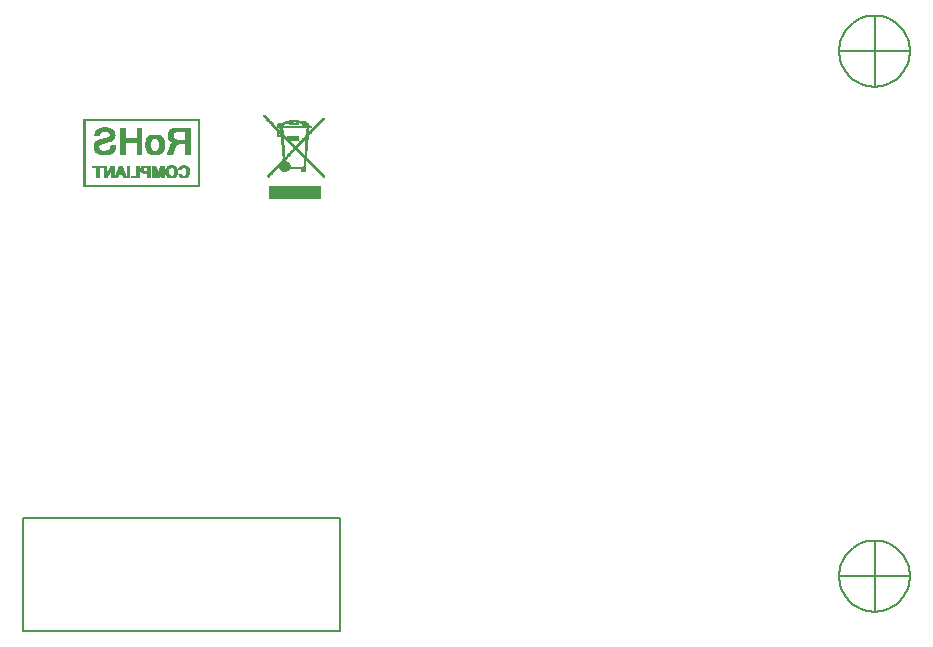
<source format=gbo>
%FSLAX24Y24*%
%MOIN*%
G70*
G01*
G75*
G04 Layer_Color=32896*
%ADD10C,0.0100*%
%ADD11C,0.0150*%
%ADD12R,0.0650X0.0098*%
%ADD13R,0.0098X0.0650*%
G04:AMPARAMS|DCode=14|XSize=39.4mil|YSize=98.4mil|CornerRadius=0mil|HoleSize=0mil|Usage=FLASHONLY|Rotation=225.000|XOffset=0mil|YOffset=0mil|HoleType=Round|Shape=Rectangle|*
%AMROTATEDRECTD14*
4,1,4,-0.0209,0.0487,0.0487,-0.0209,0.0209,-0.0487,-0.0487,0.0209,-0.0209,0.0487,0.0*
%
%ADD14ROTATEDRECTD14*%

G04:AMPARAMS|DCode=15|XSize=39.4mil|YSize=98.4mil|CornerRadius=0mil|HoleSize=0mil|Usage=FLASHONLY|Rotation=135.000|XOffset=0mil|YOffset=0mil|HoleType=Round|Shape=Rectangle|*
%AMROTATEDRECTD15*
4,1,4,0.0487,0.0209,-0.0209,-0.0487,-0.0487,-0.0209,0.0209,0.0487,0.0487,0.0209,0.0*
%
%ADD15ROTATEDRECTD15*%

%ADD16R,0.0300X0.0300*%
%ADD17R,0.0600X0.0500*%
%ADD18C,0.1969*%
%ADD19R,0.0300X0.0300*%
%ADD20R,0.0157X0.0532*%
%ADD21R,0.0591X0.0984*%
%ADD22R,0.1000X0.0500*%
%ADD23R,0.0300X0.0394*%
%ADD24R,0.1000X0.1400*%
%ADD25R,0.0360X0.0360*%
%ADD26R,0.0500X0.0360*%
%ADD27R,0.0800X0.0400*%
%ADD28R,0.0900X0.1200*%
%ADD29R,0.0591X0.0394*%
%ADD30R,0.0591X0.0394*%
%ADD31C,0.0394*%
%ADD32C,0.0315*%
%ADD33R,0.1500X0.0500*%
%ADD34R,0.0400X0.0400*%
%ADD35R,0.0360X0.0500*%
%ADD36R,0.0360X0.0360*%
%ADD37R,0.0400X0.0400*%
%ADD38R,0.0394X0.0630*%
%ADD39R,0.0472X0.0591*%
%ADD40R,0.0600X0.0200*%
%ADD41R,0.0500X0.0600*%
%ADD42C,0.0050*%
%ADD43C,0.0080*%
%ADD44C,0.0120*%
%ADD45C,0.0200*%
%ADD46C,0.0300*%
%ADD47C,0.0600*%
%ADD48C,0.1260*%
%ADD49C,0.0620*%
%ADD50C,0.0394*%
%ADD51C,0.0500*%
%ADD52O,0.0500X0.1969*%
%ADD53C,0.1200*%
%ADD54C,0.1000*%
%ADD55C,0.1250*%
%ADD56C,0.0200*%
%ADD57C,0.0250*%
%ADD58C,0.0060*%
%ADD59C,0.0040*%
%ADD60C,0.0010*%
%ADD61C,0.0070*%
%ADD62R,0.0050X0.0700*%
%ADD63R,0.1487X0.0100*%
%ADD64R,0.0891X0.0694*%
%ADD65R,0.0891X0.0694*%
%ADD66R,0.0730X0.0178*%
%ADD67R,0.0178X0.0730*%
G04:AMPARAMS|DCode=68|XSize=47.4mil|YSize=106.4mil|CornerRadius=0mil|HoleSize=0mil|Usage=FLASHONLY|Rotation=225.000|XOffset=0mil|YOffset=0mil|HoleType=Round|Shape=Rectangle|*
%AMROTATEDRECTD68*
4,1,4,-0.0209,0.0544,0.0544,-0.0209,0.0209,-0.0544,-0.0544,0.0209,-0.0209,0.0544,0.0*
%
%ADD68ROTATEDRECTD68*%

G04:AMPARAMS|DCode=69|XSize=47.4mil|YSize=106.4mil|CornerRadius=0mil|HoleSize=0mil|Usage=FLASHONLY|Rotation=135.000|XOffset=0mil|YOffset=0mil|HoleType=Round|Shape=Rectangle|*
%AMROTATEDRECTD69*
4,1,4,0.0544,0.0209,-0.0209,-0.0544,-0.0544,-0.0209,0.0209,0.0544,0.0544,0.0209,0.0*
%
%ADD69ROTATEDRECTD69*%

%ADD70R,0.0380X0.0380*%
%ADD71R,0.0680X0.0580*%
%ADD72C,0.2049*%
%ADD73R,0.0380X0.0380*%
%ADD74R,0.0237X0.0612*%
%ADD75R,0.0671X0.1064*%
%ADD76R,0.1080X0.0580*%
%ADD77R,0.0380X0.0474*%
%ADD78R,0.0528X0.0928*%
%ADD79R,0.0440X0.0440*%
%ADD80R,0.0580X0.0440*%
%ADD81R,0.0880X0.0480*%
%ADD82R,0.0980X0.1280*%
%ADD83C,0.0474*%
%ADD84C,0.0395*%
%ADD85R,0.1264X0.0264*%
%ADD86R,0.0480X0.0480*%
%ADD87R,0.0440X0.0580*%
%ADD88R,0.0440X0.0440*%
%ADD89R,0.0480X0.0480*%
%ADD90R,0.0474X0.0710*%
%ADD91R,0.0552X0.0671*%
%ADD92R,0.0680X0.0280*%
%ADD93R,0.0580X0.0680*%
%ADD94C,0.0680*%
%ADD95C,0.1340*%
%ADD96C,0.0700*%
%ADD97C,0.0474*%
%ADD98C,0.0580*%
%ADD99O,0.0580X0.2049*%
%ADD100C,0.1280*%
%ADD101C,0.1080*%
%ADD102C,0.1330*%
D42*
X-29574Y22501D02*
X-29578Y22601D01*
X-29591Y22700D01*
X-29612Y22798D01*
X-29641Y22894D01*
X-29679Y22987D01*
X-29724Y23077D01*
X-29776Y23162D01*
X-29836Y23243D01*
X-29902Y23318D01*
X-29975Y23387D01*
X-30053Y23450D01*
X-30136Y23507D01*
X-30223Y23555D01*
X-30315Y23597D01*
X-30409Y23630D01*
X-30506Y23655D01*
X-30605Y23672D01*
X-30705Y23681D01*
X-30805D01*
X-30905Y23672D01*
X-31004Y23655D01*
X-31101Y23630D01*
X-31195Y23597D01*
X-31287Y23555D01*
X-31374Y23507D01*
X-31457Y23450D01*
X-31535Y23387D01*
X-31608Y23318D01*
X-31674Y23243D01*
X-31734Y23162D01*
X-31786Y23077D01*
X-31831Y22987D01*
X-31869Y22894D01*
X-31898Y22798D01*
X-31919Y22700D01*
X-31932Y22601D01*
X-31936Y22501D01*
X-31932Y22401D01*
X-31919Y22301D01*
X-31898Y22203D01*
X-31869Y22107D01*
X-31831Y22014D01*
X-31786Y21925D01*
X-31734Y21839D01*
X-31674Y21759D01*
X-31608Y21684D01*
X-31535Y21614D01*
X-31457Y21551D01*
X-31374Y21495D01*
X-31287Y21446D01*
X-31195Y21405D01*
X-31101Y21372D01*
X-31004Y21346D01*
X-30905Y21329D01*
X-30805Y21321D01*
X-30705D01*
X-30605Y21329D01*
X-30506Y21346D01*
X-30409Y21372D01*
X-30315Y21405D01*
X-30223Y21446D01*
X-30136Y21495D01*
X-30053Y21551D01*
X-29975Y21614D01*
X-29902Y21684D01*
X-29836Y21759D01*
X-29776Y21839D01*
X-29724Y21925D01*
X-29679Y22014D01*
X-29641Y22107D01*
X-29612Y22203D01*
X-29591Y22301D01*
X-29578Y22401D01*
X-29574Y22501D01*
Y5001D02*
X-29578Y5101D01*
X-29591Y5200D01*
X-29612Y5298D01*
X-29641Y5394D01*
X-29679Y5487D01*
X-29724Y5577D01*
X-29776Y5662D01*
X-29836Y5743D01*
X-29902Y5818D01*
X-29975Y5887D01*
X-30053Y5950D01*
X-30136Y6007D01*
X-30223Y6055D01*
X-30315Y6097D01*
X-30409Y6130D01*
X-30506Y6155D01*
X-30605Y6172D01*
X-30705Y6181D01*
X-30805D01*
X-30905Y6172D01*
X-31004Y6155D01*
X-31101Y6130D01*
X-31195Y6097D01*
X-31287Y6055D01*
X-31374Y6007D01*
X-31457Y5950D01*
X-31535Y5887D01*
X-31608Y5818D01*
X-31674Y5743D01*
X-31734Y5662D01*
X-31786Y5577D01*
X-31831Y5487D01*
X-31869Y5394D01*
X-31898Y5298D01*
X-31919Y5200D01*
X-31932Y5101D01*
X-31936Y5001D01*
X-31932Y4901D01*
X-31919Y4801D01*
X-31898Y4703D01*
X-31869Y4607D01*
X-31831Y4514D01*
X-31786Y4425D01*
X-31734Y4339D01*
X-31674Y4259D01*
X-31608Y4184D01*
X-31535Y4114D01*
X-31457Y4051D01*
X-31374Y3995D01*
X-31287Y3946D01*
X-31195Y3905D01*
X-31101Y3872D01*
X-31004Y3846D01*
X-30905Y3829D01*
X-30805Y3821D01*
X-30705D01*
X-30605Y3829D01*
X-30506Y3846D01*
X-30409Y3872D01*
X-30315Y3905D01*
X-30223Y3946D01*
X-30136Y3995D01*
X-30053Y4051D01*
X-29975Y4114D01*
X-29902Y4184D01*
X-29836Y4259D01*
X-29776Y4339D01*
X-29724Y4425D01*
X-29679Y4514D01*
X-29641Y4607D01*
X-29612Y4703D01*
X-29591Y4801D01*
X-29578Y4901D01*
X-29574Y5001D01*
X-31955Y22501D02*
X-29574D01*
X-30755Y21351D02*
Y23651D01*
X-31955Y5001D02*
X-29574D01*
X-30755Y3851D02*
Y6151D01*
D60*
X-50925Y17761D02*
X-49225D01*
X-51125Y20381D02*
X-51105D01*
X-51125Y20371D02*
X-51085D01*
X-51125Y20361D02*
X-51085D01*
X-51125Y20351D02*
X-51065D01*
X-51125Y20341D02*
X-51065D01*
X-51125Y20331D02*
X-51055D01*
X-51115Y20321D02*
X-51045D01*
X-51115Y20311D02*
X-51035D01*
X-51105Y20301D02*
X-51015D01*
X-51095Y20291D02*
X-51015D01*
X-51085Y20281D02*
X-51005D01*
X-51075Y20271D02*
X-50995D01*
X-51065Y20261D02*
X-50985D01*
X-49185D02*
X-49105D01*
X-51055Y20251D02*
X-50975D01*
X-49195D02*
X-49115D01*
X-51045Y20241D02*
X-50965D01*
X-49205D02*
X-49125D01*
X-51035Y20231D02*
X-50955D01*
X-49215D02*
X-49135D01*
X-51025Y20221D02*
X-50945D01*
X-49225D02*
X-49145D01*
X-51015Y20211D02*
X-50935D01*
X-49235D02*
X-49155D01*
X-51005Y20201D02*
X-50935D01*
X-50275D02*
X-49985D01*
X-49245D02*
X-49165D01*
X-50995Y20191D02*
X-50925D01*
X-50275D02*
X-49985D01*
X-49245D02*
X-49175D01*
X-50995Y20181D02*
X-50915D01*
X-50275D02*
X-49935D01*
X-49255D02*
X-49185D01*
X-50975Y20171D02*
X-50895D01*
X-50365D02*
X-49735D01*
X-49275D02*
X-49195D01*
X-50965Y20161D02*
X-50885D01*
X-50405D02*
X-49735D01*
X-49285D02*
X-49205D01*
X-50955Y20151D02*
X-50875D01*
X-50425D02*
X-50215D01*
X-50045D02*
X-49735D01*
X-49295D02*
X-49215D01*
X-50945Y20141D02*
X-50865D01*
X-50455D02*
X-50215D01*
X-50045D02*
X-49735D01*
X-49305D02*
X-49225D01*
X-50935Y20131D02*
X-50855D01*
X-50475D02*
X-50215D01*
X-50195D02*
X-50185D01*
X-50165D02*
X-50155D01*
X-50045D02*
X-49715D01*
X-49305D02*
X-49235D01*
X-50925Y20121D02*
X-50845D01*
X-50495D02*
X-50295D01*
X-50275D02*
X-49985D01*
X-49915D02*
X-49695D01*
X-49315D02*
X-49245D01*
X-50915Y20111D02*
X-50835D01*
X-50505D02*
X-50355D01*
X-50275D02*
X-49985D01*
X-49845D02*
X-49685D01*
X-49325D02*
X-49255D01*
X-50905Y20101D02*
X-50825D01*
X-50645D02*
X-50565D01*
X-50515D02*
X-50385D01*
X-50275D02*
X-49985D01*
X-49835D02*
X-49665D01*
X-49335D02*
X-49265D01*
X-50895Y20091D02*
X-50815D01*
X-50655D02*
X-50555D01*
X-50535D02*
X-50415D01*
X-50275D02*
X-49985D01*
X-49835D02*
X-49655D01*
X-49345D02*
X-49265D01*
X-50885Y20081D02*
X-50805D01*
X-50665D02*
X-50545D01*
X-50535D02*
X-50435D01*
X-50275D02*
X-49985D01*
X-49835D02*
X-49645D01*
X-49355D02*
X-49285D01*
X-50875Y20071D02*
X-50805D01*
X-50675D02*
X-50455D01*
X-49835D02*
X-49635D01*
X-49365D02*
X-49285D01*
X-50865Y20061D02*
X-50795D01*
X-50685D02*
X-50475D01*
X-49835D02*
X-49735D01*
X-49715D02*
X-49635D01*
X-49375D02*
X-49295D01*
X-50865Y20051D02*
X-50785D01*
X-50685D02*
X-50485D01*
X-49835D02*
X-49735D01*
X-49705D02*
X-49625D01*
X-49385D02*
X-49305D01*
X-50855Y20041D02*
X-50775D01*
X-50685D02*
X-50495D01*
X-49835D02*
X-49735D01*
X-49695D02*
X-49615D01*
X-49395D02*
X-49315D01*
X-50835Y20031D02*
X-50765D01*
X-50685D02*
X-50505D01*
X-49835D02*
X-49735D01*
X-49685D02*
X-49615D01*
X-49405D02*
X-49325D01*
X-50835Y20021D02*
X-50755D01*
X-50685D02*
X-50085D01*
X-50065D02*
X-50055D01*
X-49835D02*
X-49735D01*
X-49675D02*
X-49615D01*
X-49405D02*
X-49335D01*
X-50825Y20011D02*
X-50745D01*
X-50685D02*
X-49545D01*
X-49425D02*
X-49345D01*
X-50805Y20001D02*
X-50735D01*
X-50675D02*
X-49545D01*
X-49425D02*
X-49355D01*
X-50805Y19991D02*
X-50725D01*
X-50675D02*
X-49545D01*
X-49435D02*
X-49365D01*
X-50795Y19981D02*
X-50715D01*
X-50665D02*
X-49545D01*
X-49445D02*
X-49375D01*
X-50785Y19971D02*
X-50705D01*
X-50665D02*
X-49545D01*
X-49455D02*
X-49375D01*
X-50775Y19961D02*
X-50695D01*
X-50645D02*
X-50515D01*
X-49835D02*
X-49825D01*
X-49815D02*
X-49545D01*
X-49475D02*
X-49395D01*
X-50765Y19951D02*
X-50685D01*
X-50615D02*
X-50605D01*
X-50575D02*
X-50515D01*
X-49685D02*
X-49625D01*
X-49485D02*
X-49405D01*
X-50755Y19941D02*
X-50675D01*
X-50575D02*
X-50515D01*
X-49685D02*
X-49625D01*
X-49485D02*
X-49415D01*
X-50745Y19931D02*
X-50665D01*
X-50565D02*
X-50505D01*
X-49685D02*
X-49625D01*
X-49505D02*
X-49425D01*
X-50735Y19921D02*
X-50655D01*
X-50565D02*
X-50505D01*
X-49685D02*
X-49625D01*
X-49515D02*
X-49435D01*
X-50725Y19911D02*
X-50645D01*
X-50565D02*
X-50505D01*
X-49685D02*
X-49625D01*
X-49515D02*
X-49445D01*
X-50715Y19901D02*
X-50635D01*
X-50565D02*
X-50505D01*
X-49685D02*
X-49635D01*
X-49525D02*
X-49455D01*
X-50705Y19891D02*
X-50625D01*
X-50565D02*
X-50505D01*
X-49695D02*
X-49635D01*
X-49535D02*
X-49455D01*
X-50695Y19881D02*
X-50615D01*
X-50565D02*
X-50505D01*
X-49695D02*
X-49635D01*
X-49545D02*
X-49465D01*
X-50685Y19871D02*
X-50605D01*
X-50565D02*
X-50505D01*
X-49695D02*
X-49635D01*
X-49555D02*
X-49475D01*
X-50685Y19861D02*
X-50485D01*
X-49695D02*
X-49635D01*
X-49565D02*
X-49485D01*
X-50685Y19851D02*
X-50485D01*
X-49695D02*
X-49635D01*
X-49575D02*
X-49505D01*
X-50685Y19841D02*
X-50485D01*
X-49695D02*
X-49635D01*
X-49585D02*
X-49505D01*
X-50685Y19831D02*
X-50485D01*
X-49695D02*
X-49635D01*
X-49595D02*
X-49515D01*
X-50685Y19821D02*
X-50485D01*
X-49695D02*
X-49635D01*
X-49605D02*
X-49525D01*
X-50685Y19811D02*
X-50485D01*
X-49695D02*
X-49635D01*
X-49615D02*
X-49535D01*
X-50685Y19801D02*
X-50625D01*
X-50615D02*
X-50475D01*
X-49695D02*
X-49635D01*
X-49615D02*
X-49545D01*
X-50685Y19791D02*
X-50625D01*
X-50605D02*
X-50485D01*
X-49695D02*
X-49635D01*
X-49625D02*
X-49555D01*
X-50685Y19781D02*
X-50625D01*
X-50595D02*
X-50475D01*
X-49695D02*
X-49645D01*
X-49635D02*
X-49555D01*
X-50685Y19771D02*
X-50625D01*
X-50585D02*
X-50485D01*
X-49705D02*
X-49565D01*
X-50685Y19761D02*
X-50625D01*
X-50575D02*
X-50485D01*
X-49705D02*
X-49585D01*
X-50685Y19751D02*
X-50625D01*
X-50565D02*
X-50485D01*
X-49705D02*
X-49595D01*
X-50685Y19741D02*
X-50625D01*
X-50555D02*
X-50475D01*
X-49705D02*
X-49605D01*
X-50685Y19731D02*
X-50625D01*
X-50545D02*
X-50465D01*
X-49705D02*
X-49615D01*
X-50685Y19721D02*
X-50585D01*
X-50575D02*
X-50565D01*
X-50545D02*
X-50455D01*
X-49705D02*
X-49625D01*
X-50685Y19711D02*
X-50445D01*
X-49715D02*
X-49635D01*
X-50685Y19701D02*
X-50435D01*
X-49725D02*
X-49645D01*
X-50685Y19691D02*
X-50425D01*
X-49735D02*
X-49645D01*
X-50685Y19681D02*
X-50415D01*
X-49735D02*
X-49645D01*
X-50685Y19671D02*
X-50405D01*
X-49745D02*
X-49655D01*
X-50545Y19661D02*
X-50485D01*
X-50475D02*
X-50395D01*
X-50345D02*
X-49975D01*
X-49755D02*
X-49655D01*
X-50545Y19651D02*
X-50485D01*
X-50465D02*
X-50385D01*
X-50345D02*
X-49975D01*
X-49765D02*
X-49655D01*
X-50545Y19641D02*
X-50485D01*
X-50455D02*
X-50375D01*
X-50345D02*
X-49975D01*
X-49775D02*
X-49655D01*
X-50545Y19631D02*
X-50485D01*
X-50445D02*
X-50375D01*
X-50345D02*
X-49975D01*
X-49785D02*
X-49655D01*
X-50545Y19621D02*
X-50485D01*
X-50435D02*
X-50365D01*
X-50345D02*
X-49975D01*
X-49795D02*
X-49655D01*
X-50545Y19611D02*
X-50485D01*
X-50425D02*
X-50355D01*
X-50345D02*
X-49975D01*
X-49805D02*
X-49725D01*
X-49715D02*
X-49655D01*
X-50535Y19601D02*
X-50485D01*
X-50415D02*
X-49975D01*
X-49815D02*
X-49735D01*
X-49715D02*
X-49655D01*
X-50535Y19591D02*
X-50475D01*
X-50405D02*
X-49975D01*
X-49825D02*
X-49745D01*
X-49715D02*
X-49655D01*
X-50535Y19581D02*
X-50475D01*
X-50395D02*
X-49975D01*
X-49825D02*
X-49755D01*
X-49715D02*
X-49655D01*
X-50535Y19571D02*
X-50475D01*
X-50385D02*
X-49975D01*
X-49835D02*
X-49765D01*
X-49715D02*
X-49655D01*
X-50535Y19561D02*
X-50475D01*
X-50375D02*
X-49975D01*
X-49855D02*
X-49775D01*
X-49715D02*
X-49665D01*
X-50535Y19551D02*
X-50475D01*
X-50365D02*
X-49975D01*
X-49865D02*
X-49785D01*
X-49725D02*
X-49665D01*
X-50535Y19541D02*
X-50475D01*
X-50355D02*
X-50275D01*
X-49875D02*
X-49795D01*
X-49725D02*
X-49665D01*
X-50535Y19531D02*
X-50475D01*
X-50345D02*
X-50265D01*
X-49885D02*
X-49805D01*
X-49725D02*
X-49665D01*
X-50535Y19521D02*
X-50475D01*
X-50335D02*
X-50255D01*
X-49895D02*
X-49815D01*
X-49725D02*
X-49665D01*
X-50535Y19511D02*
X-50475D01*
X-50325D02*
X-50245D01*
X-49905D02*
X-49825D01*
X-49725D02*
X-49665D01*
X-50535Y19501D02*
X-50475D01*
X-50315D02*
X-50235D01*
X-49905D02*
X-49835D01*
X-49725D02*
X-49665D01*
X-50535Y19491D02*
X-50475D01*
X-50305D02*
X-50225D01*
X-49925D02*
X-49845D01*
X-49725D02*
X-49665D01*
X-50525Y19481D02*
X-50465D01*
X-50295D02*
X-50215D01*
X-49935D02*
X-49855D01*
X-49725D02*
X-49665D01*
X-50525Y19471D02*
X-50465D01*
X-50285D02*
X-50205D01*
X-49935D02*
X-49855D01*
X-49725D02*
X-49665D01*
X-50525Y19461D02*
X-50465D01*
X-50275D02*
X-50195D01*
X-49945D02*
X-49865D01*
X-49725D02*
X-49665D01*
X-50525Y19451D02*
X-50465D01*
X-50265D02*
X-50185D01*
X-49955D02*
X-49875D01*
X-49725D02*
X-49665D01*
X-50525Y19441D02*
X-50465D01*
X-50255D02*
X-50175D01*
X-49965D02*
X-49885D01*
X-49725D02*
X-49665D01*
X-50525Y19431D02*
X-50465D01*
X-50255D02*
X-50165D01*
X-49975D02*
X-49895D01*
X-49725D02*
X-49675D01*
X-50525Y19421D02*
X-50465D01*
X-50235D02*
X-50165D01*
X-49985D02*
X-49905D01*
X-49735D02*
X-49675D01*
X-50525Y19411D02*
X-50465D01*
X-50235D02*
X-50155D01*
X-49985D02*
X-49915D01*
X-49735D02*
X-49675D01*
X-50525Y19401D02*
X-50465D01*
X-50225D02*
X-50145D01*
X-49995D02*
X-49925D01*
X-49735D02*
X-49675D01*
X-50525Y19391D02*
X-50465D01*
X-50215D02*
X-50135D01*
X-50005D02*
X-49935D01*
X-49735D02*
X-49675D01*
X-50515Y19381D02*
X-50455D01*
X-50205D02*
X-50125D01*
X-50015D02*
X-49945D01*
X-49735D02*
X-49675D01*
X-50515Y19371D02*
X-50455D01*
X-50195D02*
X-50115D01*
X-50025D02*
X-49955D01*
X-49735D02*
X-49675D01*
X-50515Y19361D02*
X-50455D01*
X-50175D02*
X-50105D01*
X-50045D02*
X-49965D01*
X-49735D02*
X-49675D01*
X-50515Y19351D02*
X-50455D01*
X-50165D02*
X-50095D01*
X-50055D02*
X-49975D01*
X-49735D02*
X-49675D01*
X-50515Y19341D02*
X-50455D01*
X-50155D02*
X-50085D01*
X-50065D02*
X-49985D01*
X-49735D02*
X-49685D01*
X-50515Y19331D02*
X-50455D01*
X-50155D02*
X-50075D01*
X-50065D02*
X-49985D01*
X-49735D02*
X-49685D01*
X-50515Y19321D02*
X-50455D01*
X-50145D02*
X-50005D01*
X-49735D02*
X-49685D01*
X-50515Y19311D02*
X-50455D01*
X-50135D02*
X-50005D01*
X-49735D02*
X-49685D01*
X-50515Y19301D02*
X-50455D01*
X-50125D02*
X-50015D01*
X-49735D02*
X-49685D01*
X-50515Y19291D02*
X-50455D01*
X-50115D02*
X-50025D01*
X-49735D02*
X-49685D01*
X-50515Y19281D02*
X-50455D01*
X-50115D02*
X-50025D01*
X-49735D02*
X-49685D01*
X-50515Y19271D02*
X-50455D01*
X-50125D02*
X-50015D01*
X-49735D02*
X-49685D01*
X-50505Y19261D02*
X-50455D01*
X-50135D02*
X-50005D01*
X-49745D02*
X-49685D01*
X-50505Y19251D02*
X-50445D01*
X-50145D02*
X-49995D01*
X-49745D02*
X-49685D01*
X-50505Y19241D02*
X-50445D01*
X-50155D02*
X-50075D01*
X-50065D02*
X-49985D01*
X-49745D02*
X-49685D01*
X-50505Y19231D02*
X-50445D01*
X-50155D02*
X-50085D01*
X-50055D02*
X-49975D01*
X-49745D02*
X-49685D01*
X-50505Y19221D02*
X-50445D01*
X-50165D02*
X-50095D01*
X-50045D02*
X-49965D01*
X-49745D02*
X-49685D01*
X-50505Y19211D02*
X-50445D01*
X-50175D02*
X-50105D01*
X-50035D02*
X-49955D01*
X-49745D02*
X-49685D01*
X-50505Y19201D02*
X-50445D01*
X-50185D02*
X-50115D01*
X-50025D02*
X-49945D01*
X-49745D02*
X-49695D01*
X-50505Y19191D02*
X-50445D01*
X-50195D02*
X-50125D01*
X-50015D02*
X-49935D01*
X-49745D02*
X-49695D01*
X-50505Y19181D02*
X-50445D01*
X-50205D02*
X-50135D01*
X-50005D02*
X-49925D01*
X-49745D02*
X-49695D01*
X-50505Y19171D02*
X-50445D01*
X-50215D02*
X-50145D01*
X-49995D02*
X-49925D01*
X-49745D02*
X-49695D01*
X-50495Y19161D02*
X-50445D01*
X-50225D02*
X-50155D01*
X-49985D02*
X-49905D01*
X-49745D02*
X-49695D01*
X-50495Y19151D02*
X-50435D01*
X-50235D02*
X-50165D01*
X-49975D02*
X-49895D01*
X-49745D02*
X-49695D01*
X-50495Y19141D02*
X-50435D01*
X-50255D02*
X-50175D01*
X-49955D02*
X-49885D01*
X-49745D02*
X-49695D01*
X-50495Y19131D02*
X-50435D01*
X-50255D02*
X-50185D01*
X-49955D02*
X-49875D01*
X-49755D02*
X-49695D01*
X-50495Y19121D02*
X-50435D01*
X-50265D02*
X-50195D01*
X-49945D02*
X-49865D01*
X-49755D02*
X-49695D01*
X-50495Y19111D02*
X-50435D01*
X-50275D02*
X-50195D01*
X-49935D02*
X-49855D01*
X-49755D02*
X-49695D01*
X-50495Y19101D02*
X-50435D01*
X-50285D02*
X-50205D01*
X-49925D02*
X-49845D01*
X-49755D02*
X-49695D01*
X-50495Y19091D02*
X-50435D01*
X-50305D02*
X-50215D01*
X-49915D02*
X-49835D01*
X-49755D02*
X-49705D01*
X-50495Y19081D02*
X-50435D01*
X-50305D02*
X-50225D01*
X-49905D02*
X-49825D01*
X-49755D02*
X-49705D01*
X-50495Y19071D02*
X-50435D01*
X-50315D02*
X-50235D01*
X-49895D02*
X-49815D01*
X-49755D02*
X-49705D01*
X-50495Y19061D02*
X-50435D01*
X-50325D02*
X-50245D01*
X-49885D02*
X-49805D01*
X-49755D02*
X-49705D01*
X-50495Y19051D02*
X-50435D01*
X-50335D02*
X-50255D01*
X-49875D02*
X-49795D01*
X-49755D02*
X-49705D01*
X-50495Y19041D02*
X-50435D01*
X-50345D02*
X-50265D01*
X-49865D02*
X-49785D01*
X-49755D02*
X-49705D01*
X-50485Y19031D02*
X-50425D01*
X-50355D02*
X-50275D01*
X-49855D02*
X-49775D01*
X-49755D02*
X-49705D01*
X-50485Y19021D02*
X-50425D01*
X-50365D02*
X-50285D01*
X-49845D02*
X-49765D01*
X-49755D02*
X-49705D01*
X-50485Y19011D02*
X-50425D01*
X-50375D02*
X-50295D01*
X-49835D02*
X-49705D01*
X-50485Y19001D02*
X-50425D01*
X-50375D02*
X-50305D01*
X-49825D02*
X-49705D01*
X-50485Y18991D02*
X-50425D01*
X-50385D02*
X-50315D01*
X-49815D02*
X-49705D01*
X-50485Y18981D02*
X-50425D01*
X-50395D02*
X-50325D01*
X-49805D02*
X-49715D01*
X-50485Y18971D02*
X-50425D01*
X-50405D02*
X-50335D01*
X-49795D02*
X-49715D01*
X-50485Y18961D02*
X-50425D01*
X-50415D02*
X-50345D01*
X-49785D02*
X-49715D01*
X-50485Y18951D02*
X-50355D01*
X-49775D02*
X-49695D01*
X-50475Y18941D02*
X-50365D01*
X-49765D02*
X-49685D01*
X-50475Y18931D02*
X-50375D01*
X-49765D02*
X-49675D01*
X-50475Y18921D02*
X-50385D01*
X-49765D02*
X-49665D01*
X-50475Y18911D02*
X-50385D01*
X-49765D02*
X-49655D01*
X-50485Y18901D02*
X-50405D01*
X-49775D02*
X-49645D01*
X-50495Y18891D02*
X-50405D01*
X-49775D02*
X-49635D01*
X-50495Y18881D02*
X-50415D01*
X-49775D02*
X-49715D01*
X-49705D02*
X-49625D01*
X-50505Y18871D02*
X-50415D01*
X-49775D02*
X-49715D01*
X-49695D02*
X-49615D01*
X-50515Y18861D02*
X-50415D01*
X-49775D02*
X-49715D01*
X-49685D02*
X-49605D01*
X-50525Y18851D02*
X-50415D01*
X-49775D02*
X-49725D01*
X-49675D02*
X-49595D01*
X-50535Y18841D02*
X-50395D01*
X-49775D02*
X-49725D01*
X-49665D02*
X-49585D01*
X-50545Y18831D02*
X-50365D01*
X-49775D02*
X-49725D01*
X-49655D02*
X-49575D01*
X-50555Y18821D02*
X-50345D01*
X-49775D02*
X-49725D01*
X-49645D02*
X-49565D01*
X-50565Y18811D02*
X-50325D01*
X-49775D02*
X-49725D01*
X-49635D02*
X-49555D01*
X-50575Y18801D02*
X-50315D01*
X-49775D02*
X-49725D01*
X-49625D02*
X-49545D01*
X-50585Y18791D02*
X-50305D01*
X-49775D02*
X-49725D01*
X-49615D02*
X-49535D01*
X-50595Y18781D02*
X-50295D01*
X-49775D02*
X-49725D01*
X-49605D02*
X-49525D01*
X-50605Y18771D02*
X-50295D01*
X-49785D02*
X-49725D01*
X-49595D02*
X-49515D01*
X-50615Y18761D02*
X-50285D01*
X-49785D02*
X-49725D01*
X-49585D02*
X-49515D01*
X-50625Y18751D02*
X-50475D01*
X-50385D02*
X-50275D01*
X-49785D02*
X-49725D01*
X-49575D02*
X-49495D01*
X-50635Y18741D02*
X-50485D01*
X-50375D02*
X-50275D01*
X-49785D02*
X-49735D01*
X-49565D02*
X-49485D01*
X-50645Y18731D02*
X-50495D01*
X-50455D02*
X-50405D01*
X-50365D02*
X-50265D01*
X-49785D02*
X-49735D01*
X-49555D02*
X-49475D01*
X-50655Y18721D02*
X-50505D01*
X-50475D02*
X-50385D01*
X-50355D02*
X-50265D01*
X-49785D02*
X-49735D01*
X-49545D02*
X-49465D01*
X-50665Y18711D02*
X-50515D01*
X-50485D02*
X-50375D01*
X-50355D02*
X-50265D01*
X-49785D02*
X-49735D01*
X-49535D02*
X-49455D01*
X-50675Y18701D02*
X-50515D01*
X-50485D02*
X-50375D01*
X-50355D02*
X-50255D01*
X-49785D02*
X-49735D01*
X-49525D02*
X-49445D01*
X-50685Y18691D02*
X-50515D01*
X-50495D02*
X-50375D01*
X-50345D02*
X-50255D01*
X-49785D02*
X-49735D01*
X-49515D02*
X-49435D01*
X-50685Y18681D02*
X-50615D01*
X-50605D02*
X-50515D01*
X-50495D02*
X-50375D01*
X-50345D02*
X-50255D01*
X-49785D02*
X-49735D01*
X-49505D02*
X-49425D01*
X-50695Y18671D02*
X-50615D01*
X-50605D02*
X-50515D01*
X-50495D02*
X-50375D01*
X-50345D02*
X-50255D01*
X-49785D02*
X-49735D01*
X-49495D02*
X-49415D01*
X-50715Y18661D02*
X-50625D01*
X-50605D02*
X-50515D01*
X-50495D02*
X-50375D01*
X-50345D02*
X-50255D01*
X-49795D02*
X-49735D01*
X-49485D02*
X-49405D01*
X-50715Y18651D02*
X-50635D01*
X-50605D02*
X-50515D01*
X-50485D02*
X-50375D01*
X-50345D02*
X-50255D01*
X-49795D02*
X-49735D01*
X-49475D02*
X-49395D01*
X-50735Y18641D02*
X-50645D01*
X-50605D02*
X-50515D01*
X-50485D02*
X-50375D01*
X-50355D02*
X-49735D01*
X-49475D02*
X-49385D01*
X-50735Y18631D02*
X-50665D01*
X-50605D02*
X-50505D01*
X-50475D02*
X-50395D01*
X-50365D02*
X-49735D01*
X-49455D02*
X-49375D01*
X-50745Y18621D02*
X-50675D01*
X-50595D02*
X-50505D01*
X-50455D02*
X-50405D01*
X-50365D02*
X-49735D01*
X-49455D02*
X-49365D01*
X-50755Y18611D02*
X-50675D01*
X-50595D02*
X-50485D01*
X-50375D02*
X-49735D01*
X-49435D02*
X-49355D01*
X-50765Y18601D02*
X-50685D01*
X-50585D02*
X-50475D01*
X-50385D02*
X-49735D01*
X-49425D02*
X-49345D01*
X-50775Y18591D02*
X-50695D01*
X-50585D02*
X-50455D01*
X-50415D02*
X-49745D01*
X-49425D02*
X-49335D01*
X-50785Y18581D02*
X-50705D01*
X-50575D02*
X-50285D01*
X-49875D02*
X-49755D01*
X-49405D02*
X-49325D01*
X-50795Y18571D02*
X-50715D01*
X-50575D02*
X-50295D01*
X-49875D02*
X-49755D01*
X-49395D02*
X-49315D01*
X-50805Y18561D02*
X-50725D01*
X-50565D02*
X-50295D01*
X-49875D02*
X-49755D01*
X-49395D02*
X-49305D01*
X-50805Y18551D02*
X-50735D01*
X-50555D02*
X-50315D01*
X-49875D02*
X-49755D01*
X-49375D02*
X-49305D01*
X-50825Y18541D02*
X-50745D01*
X-50535D02*
X-50325D01*
X-49875D02*
X-49755D01*
X-49365D02*
X-49285D01*
X-50835Y18531D02*
X-50755D01*
X-50515D02*
X-50345D01*
X-49875D02*
X-49755D01*
X-49355D02*
X-49275D01*
X-50845Y18521D02*
X-50765D01*
X-50495D02*
X-50365D01*
X-49875D02*
X-49755D01*
X-49345D02*
X-49265D01*
X-50855Y18511D02*
X-50775D01*
X-50465D02*
X-50395D01*
X-49875D02*
X-49755D01*
X-49335D02*
X-49255D01*
X-50865Y18501D02*
X-50785D01*
X-49325D02*
X-49245D01*
X-50875Y18491D02*
X-50795D01*
X-49315D02*
X-49235D01*
X-50885Y18481D02*
X-50805D01*
X-49305D02*
X-49225D01*
X-50895Y18471D02*
X-50805D01*
X-49295D02*
X-49215D01*
X-50895Y18461D02*
X-50815D01*
X-49295D02*
X-49215D01*
X-50905Y18451D02*
X-50825D01*
X-49275D02*
X-49195D01*
X-50915Y18441D02*
X-50835D01*
X-49265D02*
X-49185D01*
X-50925Y18431D02*
X-50845D01*
X-49265D02*
X-49175D01*
X-50935Y18421D02*
X-50855D01*
X-49245D02*
X-49165D01*
X-50945Y18411D02*
X-50865D01*
X-49245D02*
X-49155D01*
X-50955Y18401D02*
X-50875D01*
X-49235D02*
X-49145D01*
X-50965Y18391D02*
X-50885D01*
X-49215D02*
X-49135D01*
X-50975Y18381D02*
X-50895D01*
X-49215D02*
X-49125D01*
X-50985Y18371D02*
X-50905D01*
X-49195D02*
X-49115D01*
X-50995Y18361D02*
X-50915D01*
X-49195D02*
X-49105D01*
X-51005Y18351D02*
X-50925D01*
X-49185D02*
X-49105D01*
X-51005Y18341D02*
X-50935D01*
X-50995Y18331D02*
X-50945D01*
X-50985Y18321D02*
X-50955D01*
X-49145D02*
X-49105D01*
X-49135Y18311D02*
X-49115D01*
X-50925Y18011D02*
X-49225D01*
X-50925Y18001D02*
X-49225D01*
X-50925Y17991D02*
X-49225D01*
X-50925Y17981D02*
X-49225D01*
X-50925Y17971D02*
X-49225D01*
X-50925Y17961D02*
X-49225D01*
X-50925Y17951D02*
X-49225D01*
X-50925Y17941D02*
X-49225D01*
X-50925Y17931D02*
X-49225D01*
X-50925Y17921D02*
X-49225D01*
X-50925Y17911D02*
X-49225D01*
X-50925Y17901D02*
X-49225D01*
X-50925Y17891D02*
X-49225D01*
X-50925Y17881D02*
X-49225D01*
X-50925Y17861D02*
X-49225D01*
X-50925Y17841D02*
X-49225D01*
X-50925Y17831D02*
X-49225D01*
X-50925Y17821D02*
X-49225D01*
X-50925Y17811D02*
X-49225D01*
X-50925Y17801D02*
X-49225D01*
X-50925Y17791D02*
X-49225D01*
X-50925Y17781D02*
X-49225D01*
X-50925Y17771D02*
X-49225D01*
X-50925Y17751D02*
X-49225D01*
X-50925Y17741D02*
X-49225D01*
X-50925Y17731D02*
X-49225D01*
X-50925Y17721D02*
X-49225D01*
X-50925Y17711D02*
X-49225D01*
X-50925Y17701D02*
X-49225D01*
X-50925Y17691D02*
X-49225D01*
X-50925Y17681D02*
X-49225D01*
X-50925Y17671D02*
X-49225D01*
X-50925Y17661D02*
X-49225D01*
X-50925Y17651D02*
X-49225D01*
X-50925Y17641D02*
X-49225D01*
X-50925Y17631D02*
X-49225D01*
X-50925Y17621D02*
X-49225D01*
X-50925Y17611D02*
X-49225D01*
X-50925Y17601D02*
X-49225D01*
X-50925Y17871D02*
X-49225D01*
X-50925Y17851D02*
X-49225D01*
X-57125Y20231D02*
X-53265D01*
X-57125Y20221D02*
X-53265D01*
X-57125Y20211D02*
X-53265D01*
X-57125Y20201D02*
X-53265D01*
X-57125Y20191D02*
X-53265D01*
X-57125Y20181D02*
X-57075D01*
X-53315D02*
X-53265D01*
X-57125Y20171D02*
X-57075D01*
X-53315D02*
X-53265D01*
X-57125Y20161D02*
X-57075D01*
X-53315D02*
X-53265D01*
X-57125Y20151D02*
X-57075D01*
X-53315D02*
X-53265D01*
X-57125Y20141D02*
X-57075D01*
X-53315D02*
X-53265D01*
X-57125Y20131D02*
X-57075D01*
X-53315D02*
X-53265D01*
X-57125Y20121D02*
X-57075D01*
X-53315D02*
X-53265D01*
X-57125Y20111D02*
X-57075D01*
X-53315D02*
X-53265D01*
X-57125Y20101D02*
X-57075D01*
X-53315D02*
X-53265D01*
X-57125Y20091D02*
X-57075D01*
X-53315D02*
X-53265D01*
X-57125Y20081D02*
X-57075D01*
X-53315D02*
X-53265D01*
X-57125Y20071D02*
X-57075D01*
X-53315D02*
X-53265D01*
X-57125Y20061D02*
X-57075D01*
X-53315D02*
X-53265D01*
X-57125Y20051D02*
X-57075D01*
X-53315D02*
X-53265D01*
X-57125Y20041D02*
X-57075D01*
X-53315D02*
X-53265D01*
X-57125Y20031D02*
X-57075D01*
X-53315D02*
X-53265D01*
X-57125Y20021D02*
X-57075D01*
X-53315D02*
X-53265D01*
X-57125Y20011D02*
X-57075D01*
X-53315D02*
X-53265D01*
X-57125Y20001D02*
X-57075D01*
X-53315D02*
X-53265D01*
X-57125Y19991D02*
X-57075D01*
X-53315D02*
X-53265D01*
X-57125Y19981D02*
X-57075D01*
X-53315D02*
X-53265D01*
X-57125Y19971D02*
X-57075D01*
X-53315D02*
X-53265D01*
X-57125Y19961D02*
X-57075D01*
X-56515D02*
X-56325D01*
X-53315D02*
X-53265D01*
X-57125Y19951D02*
X-57075D01*
X-56565D02*
X-56275D01*
X-55915D02*
X-55755D01*
X-55355D02*
X-55195D01*
X-54105D02*
X-53585D01*
X-53315D02*
X-53265D01*
X-57125Y19941D02*
X-57075D01*
X-56595D02*
X-56245D01*
X-55915D02*
X-55755D01*
X-55355D02*
X-55195D01*
X-54155D02*
X-53585D01*
X-53315D02*
X-53265D01*
X-57125Y19931D02*
X-57075D01*
X-56615D02*
X-56225D01*
X-55915D02*
X-55755D01*
X-55355D02*
X-55195D01*
X-54185D02*
X-53585D01*
X-53315D02*
X-53265D01*
X-57125Y19921D02*
X-57075D01*
X-56635D02*
X-56205D01*
X-55915D02*
X-55755D01*
X-55355D02*
X-55195D01*
X-54205D02*
X-53585D01*
X-53315D02*
X-53265D01*
X-57125Y19911D02*
X-57075D01*
X-56655D02*
X-56185D01*
X-55915D02*
X-55755D01*
X-55355D02*
X-55195D01*
X-54225D02*
X-53585D01*
X-53315D02*
X-53265D01*
X-57125Y19901D02*
X-57075D01*
X-56675D02*
X-56175D01*
X-55915D02*
X-55755D01*
X-55355D02*
X-55195D01*
X-54235D02*
X-53585D01*
X-53315D02*
X-53265D01*
X-57125Y19891D02*
X-57075D01*
X-56685D02*
X-56165D01*
X-55915D02*
X-55755D01*
X-55355D02*
X-55195D01*
X-54245D02*
X-53585D01*
X-53315D02*
X-53265D01*
X-57125Y19881D02*
X-57075D01*
X-56695D02*
X-56155D01*
X-55915D02*
X-55755D01*
X-55355D02*
X-55195D01*
X-54255D02*
X-53585D01*
X-53315D02*
X-53265D01*
X-57125Y19871D02*
X-57075D01*
X-56705D02*
X-56145D01*
X-55915D02*
X-55755D01*
X-55355D02*
X-55195D01*
X-54265D02*
X-53585D01*
X-53315D02*
X-53265D01*
X-57125Y19861D02*
X-57075D01*
X-56715D02*
X-56135D01*
X-55915D02*
X-55755D01*
X-55355D02*
X-55195D01*
X-54275D02*
X-53585D01*
X-53315D02*
X-53265D01*
X-57125Y19851D02*
X-57075D01*
X-56725D02*
X-56125D01*
X-55915D02*
X-55755D01*
X-55355D02*
X-55195D01*
X-54275D02*
X-53585D01*
X-53315D02*
X-53265D01*
X-57125Y19841D02*
X-57075D01*
X-56725D02*
X-56465D01*
X-56385D02*
X-56125D01*
X-55915D02*
X-55755D01*
X-55355D02*
X-55195D01*
X-54285D02*
X-53585D01*
X-53315D02*
X-53265D01*
X-57125Y19831D02*
X-57075D01*
X-56735D02*
X-56505D01*
X-56345D02*
X-56115D01*
X-55915D02*
X-55755D01*
X-55355D02*
X-55195D01*
X-54285D02*
X-54025D01*
X-53745D02*
X-53585D01*
X-53315D02*
X-53265D01*
X-57125Y19821D02*
X-57075D01*
X-56735D02*
X-56525D01*
X-56315D02*
X-56105D01*
X-55915D02*
X-55755D01*
X-55355D02*
X-55195D01*
X-54295D02*
X-54065D01*
X-53745D02*
X-53585D01*
X-53315D02*
X-53265D01*
X-57125Y19811D02*
X-57075D01*
X-56745D02*
X-56545D01*
X-56305D02*
X-56105D01*
X-55915D02*
X-55755D01*
X-55355D02*
X-55195D01*
X-54295D02*
X-54085D01*
X-53745D02*
X-53585D01*
X-53315D02*
X-53265D01*
X-57125Y19801D02*
X-57075D01*
X-56745D02*
X-56555D01*
X-56285D02*
X-56105D01*
X-55915D02*
X-55755D01*
X-55355D02*
X-55195D01*
X-54295D02*
X-54105D01*
X-53745D02*
X-53585D01*
X-53315D02*
X-53265D01*
X-57125Y19791D02*
X-57075D01*
X-56745D02*
X-56565D01*
X-56275D02*
X-56105D01*
X-55915D02*
X-55755D01*
X-55355D02*
X-55195D01*
X-54305D02*
X-54115D01*
X-53745D02*
X-53585D01*
X-53315D02*
X-53265D01*
X-57125Y19781D02*
X-57075D01*
X-56755D02*
X-56575D01*
X-56265D02*
X-56095D01*
X-55915D02*
X-55755D01*
X-55355D02*
X-55195D01*
X-54305D02*
X-54125D01*
X-53745D02*
X-53585D01*
X-53315D02*
X-53265D01*
X-57125Y19771D02*
X-57075D01*
X-56755D02*
X-56585D01*
X-56265D02*
X-56095D01*
X-55915D02*
X-55755D01*
X-55355D02*
X-55195D01*
X-54305D02*
X-54135D01*
X-53745D02*
X-53585D01*
X-53315D02*
X-53265D01*
X-57125Y19761D02*
X-57075D01*
X-56755D02*
X-56585D01*
X-56255D02*
X-56095D01*
X-55915D02*
X-55755D01*
X-55355D02*
X-55195D01*
X-54305D02*
X-54135D01*
X-53745D02*
X-53585D01*
X-53315D02*
X-53265D01*
X-57125Y19751D02*
X-57075D01*
X-56765D02*
X-56595D01*
X-56255D02*
X-56095D01*
X-55915D02*
X-55755D01*
X-55355D02*
X-55195D01*
X-54315D02*
X-54145D01*
X-53745D02*
X-53585D01*
X-53315D02*
X-53265D01*
X-57125Y19741D02*
X-57075D01*
X-56765D02*
X-56595D01*
X-56255D02*
X-56095D01*
X-55915D02*
X-55755D01*
X-55355D02*
X-55195D01*
X-54315D02*
X-54145D01*
X-53745D02*
X-53585D01*
X-53315D02*
X-53265D01*
X-57125Y19731D02*
X-57075D01*
X-56765D02*
X-56605D01*
X-56245D02*
X-56095D01*
X-55915D02*
X-55755D01*
X-55355D02*
X-55195D01*
X-54315D02*
X-54145D01*
X-53745D02*
X-53585D01*
X-53315D02*
X-53265D01*
X-57125Y19721D02*
X-57075D01*
X-56765D02*
X-56605D01*
X-56245D02*
X-56085D01*
X-55915D02*
X-55755D01*
X-55355D02*
X-55195D01*
X-54835D02*
X-54665D01*
X-54315D02*
X-54145D01*
X-53745D02*
X-53585D01*
X-53315D02*
X-53265D01*
X-57125Y19711D02*
X-57075D01*
X-56765D02*
X-56605D01*
X-56245D02*
X-56085D01*
X-55915D02*
X-55755D01*
X-55355D02*
X-55195D01*
X-54875D02*
X-54625D01*
X-54315D02*
X-54145D01*
X-53745D02*
X-53585D01*
X-53315D02*
X-53265D01*
X-57125Y19701D02*
X-57075D01*
X-56765D02*
X-56605D01*
X-56245D02*
X-56085D01*
X-55915D02*
X-55755D01*
X-55355D02*
X-55195D01*
X-54905D02*
X-54605D01*
X-54315D02*
X-54155D01*
X-53745D02*
X-53585D01*
X-53315D02*
X-53265D01*
X-57125Y19691D02*
X-57075D01*
X-56765D02*
X-56615D01*
X-56255D02*
X-56095D01*
X-55915D02*
X-55755D01*
X-55355D02*
X-55195D01*
X-54925D02*
X-54585D01*
X-54315D02*
X-54155D01*
X-53745D02*
X-53585D01*
X-53315D02*
X-53265D01*
X-57125Y19681D02*
X-57075D01*
X-56265D02*
X-56095D01*
X-55915D02*
X-55755D01*
X-55355D02*
X-55195D01*
X-54945D02*
X-54565D01*
X-54315D02*
X-54155D01*
X-53745D02*
X-53585D01*
X-53315D02*
X-53265D01*
X-57125Y19671D02*
X-57075D01*
X-56265D02*
X-56095D01*
X-55915D02*
X-55755D01*
X-55355D02*
X-55195D01*
X-54955D02*
X-54555D01*
X-54315D02*
X-54145D01*
X-53745D02*
X-53585D01*
X-53315D02*
X-53265D01*
X-57125Y19661D02*
X-57075D01*
X-56275D02*
X-56095D01*
X-55915D02*
X-55755D01*
X-55355D02*
X-55195D01*
X-54965D02*
X-54535D01*
X-54315D02*
X-54145D01*
X-53745D02*
X-53585D01*
X-53315D02*
X-53265D01*
X-57125Y19651D02*
X-57075D01*
X-56295D02*
X-56095D01*
X-55915D02*
X-55755D01*
X-55355D02*
X-55195D01*
X-54975D02*
X-54525D01*
X-54315D02*
X-54145D01*
X-53745D02*
X-53585D01*
X-53315D02*
X-53265D01*
X-57125Y19641D02*
X-57075D01*
X-56305D02*
X-56095D01*
X-55915D02*
X-55755D01*
X-55355D02*
X-55195D01*
X-54985D02*
X-54515D01*
X-54315D02*
X-54145D01*
X-53745D02*
X-53585D01*
X-53315D02*
X-53265D01*
X-57125Y19631D02*
X-57075D01*
X-56335D02*
X-56105D01*
X-55915D02*
X-55755D01*
X-55355D02*
X-55195D01*
X-54995D02*
X-54505D01*
X-54305D02*
X-54145D01*
X-53745D02*
X-53585D01*
X-53315D02*
X-53265D01*
X-57125Y19621D02*
X-57075D01*
X-56365D02*
X-56105D01*
X-55915D02*
X-55755D01*
X-55355D02*
X-55195D01*
X-55005D02*
X-54505D01*
X-54305D02*
X-54135D01*
X-53745D02*
X-53585D01*
X-53315D02*
X-53265D01*
X-57125Y19611D02*
X-57075D01*
X-56395D02*
X-56115D01*
X-55915D02*
X-55755D01*
X-55355D02*
X-55195D01*
X-55015D02*
X-54775D01*
X-54735D02*
X-54495D01*
X-54305D02*
X-54125D01*
X-53745D02*
X-53585D01*
X-53315D02*
X-53265D01*
X-57125Y19601D02*
X-57075D01*
X-56435D02*
X-56115D01*
X-55915D02*
X-55755D01*
X-55355D02*
X-55195D01*
X-55015D02*
X-54805D01*
X-54705D02*
X-54485D01*
X-54305D02*
X-54115D01*
X-53745D02*
X-53585D01*
X-53315D02*
X-53265D01*
X-57125Y19591D02*
X-57075D01*
X-56485D02*
X-56125D01*
X-55915D02*
X-55195D01*
X-55025D02*
X-54825D01*
X-54685D02*
X-54485D01*
X-54295D02*
X-54105D01*
X-53745D02*
X-53585D01*
X-53315D02*
X-53265D01*
X-57125Y19581D02*
X-57075D01*
X-56525D02*
X-56135D01*
X-55915D02*
X-55195D01*
X-55035D02*
X-54835D01*
X-54675D02*
X-54475D01*
X-54295D02*
X-54085D01*
X-53745D02*
X-53585D01*
X-53315D02*
X-53265D01*
X-57125Y19571D02*
X-57075D01*
X-56555D02*
X-56145D01*
X-55915D02*
X-55195D01*
X-55035D02*
X-54845D01*
X-54665D02*
X-54475D01*
X-54285D02*
X-54065D01*
X-53745D02*
X-53585D01*
X-53315D02*
X-53265D01*
X-57125Y19561D02*
X-57075D01*
X-56595D02*
X-56155D01*
X-55915D02*
X-55195D01*
X-55035D02*
X-54855D01*
X-54655D02*
X-54475D01*
X-54275D02*
X-54025D01*
X-53745D02*
X-53585D01*
X-53315D02*
X-53265D01*
X-57125Y19551D02*
X-57075D01*
X-56625D02*
X-56165D01*
X-55915D02*
X-55195D01*
X-55045D02*
X-54865D01*
X-54645D02*
X-54465D01*
X-54275D02*
X-53585D01*
X-53315D02*
X-53265D01*
X-57125Y19541D02*
X-57075D01*
X-56645D02*
X-56175D01*
X-55915D02*
X-55195D01*
X-55045D02*
X-54865D01*
X-54635D02*
X-54455D01*
X-54265D02*
X-53585D01*
X-53315D02*
X-53265D01*
X-57125Y19531D02*
X-57075D01*
X-56665D02*
X-56195D01*
X-55915D02*
X-55195D01*
X-55045D02*
X-54875D01*
X-54635D02*
X-54455D01*
X-54255D02*
X-53585D01*
X-53315D02*
X-53265D01*
X-57125Y19521D02*
X-57075D01*
X-56685D02*
X-56215D01*
X-55915D02*
X-55195D01*
X-55055D02*
X-54885D01*
X-54625D02*
X-54455D01*
X-54245D02*
X-53585D01*
X-53315D02*
X-53265D01*
X-57125Y19511D02*
X-57075D01*
X-56695D02*
X-56235D01*
X-55915D02*
X-55195D01*
X-55055D02*
X-54885D01*
X-54625D02*
X-54455D01*
X-54235D02*
X-53585D01*
X-53315D02*
X-53265D01*
X-57125Y19501D02*
X-57075D01*
X-56715D02*
X-56255D01*
X-55915D02*
X-55195D01*
X-55055D02*
X-54885D01*
X-54615D02*
X-54455D01*
X-54215D02*
X-53585D01*
X-53315D02*
X-53265D01*
X-57125Y19491D02*
X-57075D01*
X-56725D02*
X-56285D01*
X-55915D02*
X-55195D01*
X-55055D02*
X-54895D01*
X-54615D02*
X-54445D01*
X-54205D02*
X-53585D01*
X-53315D02*
X-53265D01*
X-57125Y19481D02*
X-57075D01*
X-56735D02*
X-56325D01*
X-55915D02*
X-55195D01*
X-55065D02*
X-54895D01*
X-54615D02*
X-54445D01*
X-54185D02*
X-53585D01*
X-53315D02*
X-53265D01*
X-57125Y19471D02*
X-57075D01*
X-56745D02*
X-56365D01*
X-55915D02*
X-55755D01*
X-55355D02*
X-55195D01*
X-55065D02*
X-54895D01*
X-54605D02*
X-54445D01*
X-54155D02*
X-53585D01*
X-53315D02*
X-53265D01*
X-57125Y19461D02*
X-57075D01*
X-56755D02*
X-56415D01*
X-55915D02*
X-55755D01*
X-55355D02*
X-55195D01*
X-55065D02*
X-54895D01*
X-54605D02*
X-54445D01*
X-54155D02*
X-53585D01*
X-53315D02*
X-53265D01*
X-57125Y19451D02*
X-57075D01*
X-56755D02*
X-56455D01*
X-55915D02*
X-55755D01*
X-55355D02*
X-55195D01*
X-55065D02*
X-54905D01*
X-54605D02*
X-54445D01*
X-54165D02*
X-53585D01*
X-53315D02*
X-53265D01*
X-57125Y19441D02*
X-57075D01*
X-56765D02*
X-56485D01*
X-55915D02*
X-55755D01*
X-55355D02*
X-55195D01*
X-55065D02*
X-54905D01*
X-54605D02*
X-54445D01*
X-54185D02*
X-53585D01*
X-53315D02*
X-53265D01*
X-57125Y19431D02*
X-57075D01*
X-56765D02*
X-56515D01*
X-55915D02*
X-55755D01*
X-55355D02*
X-55195D01*
X-55065D02*
X-54905D01*
X-54605D02*
X-54445D01*
X-54195D02*
X-53945D01*
X-53745D02*
X-53585D01*
X-53315D02*
X-53265D01*
X-57125Y19421D02*
X-57075D01*
X-56775D02*
X-56545D01*
X-55915D02*
X-55755D01*
X-55065D02*
X-54905D01*
X-54605D02*
X-54435D01*
X-54205D02*
X-53975D01*
X-53745D02*
X-53585D01*
X-53315D02*
X-53265D01*
X-57125Y19411D02*
X-57075D01*
X-56775D02*
X-56565D01*
X-55915D02*
X-55755D01*
X-55355D02*
X-55195D01*
X-55065D02*
X-54905D01*
X-54605D02*
X-54435D01*
X-54205D02*
X-53995D01*
X-53745D02*
X-53585D01*
X-53315D02*
X-53265D01*
X-57125Y19401D02*
X-57075D01*
X-56775D02*
X-56585D01*
X-55915D02*
X-55755D01*
X-55355D02*
X-55195D01*
X-55065D02*
X-54905D01*
X-54595D02*
X-54435D01*
X-54215D02*
X-54015D01*
X-53745D02*
X-53585D01*
X-53315D02*
X-53265D01*
X-57125Y19391D02*
X-57075D01*
X-56785D02*
X-56595D01*
X-55915D02*
X-55755D01*
X-55355D02*
X-55195D01*
X-55065D02*
X-54905D01*
X-54595D02*
X-54435D01*
X-54225D02*
X-54025D01*
X-53745D02*
X-53585D01*
X-53315D02*
X-53265D01*
X-57125Y19381D02*
X-57075D01*
X-56785D02*
X-56605D01*
X-55915D02*
X-55755D01*
X-55355D02*
X-55195D01*
X-55065D02*
X-54905D01*
X-54595D02*
X-54435D01*
X-54225D02*
X-54035D01*
X-53745D02*
X-53585D01*
X-53315D02*
X-53265D01*
X-57125Y19371D02*
X-57075D01*
X-56785D02*
X-56615D01*
X-56215D02*
X-56065D01*
X-55915D02*
X-55755D01*
X-55355D02*
X-55195D01*
X-55065D02*
X-54905D01*
X-54595D02*
X-54435D01*
X-54235D02*
X-54045D01*
X-53745D02*
X-53585D01*
X-53315D02*
X-53265D01*
X-57125Y19361D02*
X-57075D01*
X-56785D02*
X-56615D01*
X-56215D02*
X-56065D01*
X-55915D02*
X-55755D01*
X-55355D02*
X-55195D01*
X-55065D02*
X-54905D01*
X-54605D02*
X-54435D01*
X-54235D02*
X-54055D01*
X-53745D02*
X-53585D01*
X-53315D02*
X-53265D01*
X-57125Y19351D02*
X-57075D01*
X-56785D02*
X-56625D01*
X-56215D02*
X-56065D01*
X-55915D02*
X-55755D01*
X-55355D02*
X-55195D01*
X-55065D02*
X-54905D01*
X-54605D02*
X-54435D01*
X-54245D02*
X-54065D01*
X-53745D02*
X-53585D01*
X-53315D02*
X-53265D01*
X-57125Y19341D02*
X-57075D01*
X-56785D02*
X-56625D01*
X-56215D02*
X-56065D01*
X-55915D02*
X-55755D01*
X-55355D02*
X-55195D01*
X-55065D02*
X-54905D01*
X-54605D02*
X-54445D01*
X-54245D02*
X-54075D01*
X-53745D02*
X-53585D01*
X-53315D02*
X-53265D01*
X-57125Y19331D02*
X-57075D01*
X-56785D02*
X-56625D01*
X-56225D02*
X-56065D01*
X-55915D02*
X-55755D01*
X-55355D02*
X-55195D01*
X-55065D02*
X-54905D01*
X-54605D02*
X-54445D01*
X-54245D02*
X-54075D01*
X-53745D02*
X-53585D01*
X-53315D02*
X-53265D01*
X-57125Y19321D02*
X-57075D01*
X-56785D02*
X-56635D01*
X-56225D02*
X-56065D01*
X-55915D02*
X-55755D01*
X-55355D02*
X-55195D01*
X-55065D02*
X-54905D01*
X-54605D02*
X-54445D01*
X-54255D02*
X-54085D01*
X-53745D02*
X-53585D01*
X-53315D02*
X-53265D01*
X-57125Y19311D02*
X-57075D01*
X-56785D02*
X-56635D01*
X-56225D02*
X-56065D01*
X-55915D02*
X-55755D01*
X-55355D02*
X-55195D01*
X-55065D02*
X-54905D01*
X-54605D02*
X-54445D01*
X-54265D02*
X-54085D01*
X-53745D02*
X-53585D01*
X-53315D02*
X-53265D01*
X-57125Y19301D02*
X-57075D01*
X-56785D02*
X-56635D01*
X-56235D02*
X-56065D01*
X-55915D02*
X-55755D01*
X-55355D02*
X-55195D01*
X-55065D02*
X-54895D01*
X-54605D02*
X-54445D01*
X-54265D02*
X-54085D01*
X-53745D02*
X-53585D01*
X-53315D02*
X-53265D01*
X-57125Y19291D02*
X-57075D01*
X-56785D02*
X-56625D01*
X-56235D02*
X-56065D01*
X-55915D02*
X-55755D01*
X-55355D02*
X-55195D01*
X-55065D02*
X-54895D01*
X-54615D02*
X-54445D01*
X-54265D02*
X-54095D01*
X-53745D02*
X-53585D01*
X-53315D02*
X-53265D01*
X-57125Y19281D02*
X-57075D01*
X-56785D02*
X-56625D01*
X-56245D02*
X-56075D01*
X-55915D02*
X-55755D01*
X-55355D02*
X-55195D01*
X-55055D02*
X-54895D01*
X-54615D02*
X-54445D01*
X-54265D02*
X-54095D01*
X-53745D02*
X-53585D01*
X-53315D02*
X-53265D01*
X-57125Y19271D02*
X-57075D01*
X-56785D02*
X-56625D01*
X-56245D02*
X-56075D01*
X-55915D02*
X-55755D01*
X-55355D02*
X-55195D01*
X-55055D02*
X-54885D01*
X-54615D02*
X-54455D01*
X-54275D02*
X-54105D01*
X-53745D02*
X-53585D01*
X-53315D02*
X-53265D01*
X-57125Y19261D02*
X-57075D01*
X-56785D02*
X-56615D01*
X-56255D02*
X-56075D01*
X-55915D02*
X-55755D01*
X-55355D02*
X-55195D01*
X-55055D02*
X-54885D01*
X-54625D02*
X-54455D01*
X-54275D02*
X-54105D01*
X-53745D02*
X-53585D01*
X-53315D02*
X-53265D01*
X-57125Y19251D02*
X-57075D01*
X-56785D02*
X-56605D01*
X-56265D02*
X-56075D01*
X-55915D02*
X-55755D01*
X-55355D02*
X-55195D01*
X-55055D02*
X-54875D01*
X-54635D02*
X-54455D01*
X-54275D02*
X-54105D01*
X-53745D02*
X-53585D01*
X-53315D02*
X-53265D01*
X-57125Y19241D02*
X-57075D01*
X-56775D02*
X-56605D01*
X-56275D02*
X-56085D01*
X-55915D02*
X-55755D01*
X-55355D02*
X-55195D01*
X-55045D02*
X-54865D01*
X-54635D02*
X-54455D01*
X-54285D02*
X-54115D01*
X-53745D02*
X-53585D01*
X-53315D02*
X-53265D01*
X-57125Y19231D02*
X-57075D01*
X-56775D02*
X-56595D01*
X-56285D02*
X-56085D01*
X-55915D02*
X-55755D01*
X-55355D02*
X-55195D01*
X-55045D02*
X-54865D01*
X-54645D02*
X-54465D01*
X-54285D02*
X-54115D01*
X-53745D02*
X-53585D01*
X-53315D02*
X-53265D01*
X-57125Y19221D02*
X-57075D01*
X-56775D02*
X-56585D01*
X-56305D02*
X-56095D01*
X-55915D02*
X-55755D01*
X-55355D02*
X-55195D01*
X-55035D02*
X-54855D01*
X-54655D02*
X-54465D01*
X-54295D02*
X-54115D01*
X-53745D02*
X-53585D01*
X-53315D02*
X-53265D01*
X-57125Y19211D02*
X-57075D01*
X-56765D02*
X-56565D01*
X-56315D02*
X-56095D01*
X-55915D02*
X-55755D01*
X-55355D02*
X-55195D01*
X-55035D02*
X-54845D01*
X-54665D02*
X-54475D01*
X-54295D02*
X-54125D01*
X-53745D02*
X-53585D01*
X-53315D02*
X-53265D01*
X-57125Y19201D02*
X-57075D01*
X-56765D02*
X-56545D01*
X-56335D02*
X-56105D01*
X-55915D02*
X-55755D01*
X-55355D02*
X-55195D01*
X-55035D02*
X-54835D01*
X-54675D02*
X-54475D01*
X-54295D02*
X-54125D01*
X-53745D02*
X-53585D01*
X-53315D02*
X-53265D01*
X-57125Y19191D02*
X-57075D01*
X-56755D02*
X-56525D01*
X-56365D02*
X-56115D01*
X-55915D02*
X-55755D01*
X-55355D02*
X-55195D01*
X-55025D02*
X-54825D01*
X-54685D02*
X-54485D01*
X-54305D02*
X-54125D01*
X-53745D02*
X-53585D01*
X-53315D02*
X-53265D01*
X-57125Y19181D02*
X-57075D01*
X-56745D02*
X-56485D01*
X-56405D02*
X-56115D01*
X-55915D02*
X-55755D01*
X-55355D02*
X-55195D01*
X-55015D02*
X-54805D01*
X-54705D02*
X-54485D01*
X-54305D02*
X-54135D01*
X-53745D02*
X-53585D01*
X-53315D02*
X-53265D01*
X-57125Y19171D02*
X-57075D01*
X-56745D02*
X-56125D01*
X-55915D02*
X-55755D01*
X-55355D02*
X-55195D01*
X-55015D02*
X-54775D01*
X-54735D02*
X-54495D01*
X-54305D02*
X-54135D01*
X-53745D02*
X-53585D01*
X-53315D02*
X-53265D01*
X-57125Y19161D02*
X-57075D01*
X-56735D02*
X-56135D01*
X-55915D02*
X-55755D01*
X-55355D02*
X-55195D01*
X-55005D02*
X-54505D01*
X-54315D02*
X-54135D01*
X-53745D02*
X-53585D01*
X-53315D02*
X-53265D01*
X-57125Y19151D02*
X-57075D01*
X-56725D02*
X-56145D01*
X-55915D02*
X-55755D01*
X-55355D02*
X-55195D01*
X-54995D02*
X-54505D01*
X-54315D02*
X-54145D01*
X-53745D02*
X-53585D01*
X-53315D02*
X-53265D01*
X-57125Y19141D02*
X-57075D01*
X-56715D02*
X-56155D01*
X-55915D02*
X-55755D01*
X-55355D02*
X-55195D01*
X-54985D02*
X-54515D01*
X-54315D02*
X-54145D01*
X-53745D02*
X-53585D01*
X-53315D02*
X-53265D01*
X-57125Y19131D02*
X-57075D01*
X-56705D02*
X-56165D01*
X-55915D02*
X-55755D01*
X-55355D02*
X-55195D01*
X-54975D02*
X-54525D01*
X-54325D02*
X-54155D01*
X-53745D02*
X-53585D01*
X-53315D02*
X-53265D01*
X-57125Y19121D02*
X-57075D01*
X-56685D02*
X-56175D01*
X-55915D02*
X-55755D01*
X-55355D02*
X-55195D01*
X-54965D02*
X-54535D01*
X-54335D02*
X-54155D01*
X-53745D02*
X-53585D01*
X-53315D02*
X-53265D01*
X-57125Y19111D02*
X-57075D01*
X-56675D02*
X-56195D01*
X-55915D02*
X-55755D01*
X-55355D02*
X-55195D01*
X-54955D02*
X-54555D01*
X-54335D02*
X-54155D01*
X-53745D02*
X-53585D01*
X-53315D02*
X-53265D01*
X-57125Y19101D02*
X-57075D01*
X-56655D02*
X-56205D01*
X-55915D02*
X-55755D01*
X-55355D02*
X-55195D01*
X-54945D02*
X-54565D01*
X-54335D02*
X-54165D01*
X-53745D02*
X-53585D01*
X-53315D02*
X-53265D01*
X-57125Y19091D02*
X-57075D01*
X-56645D02*
X-56225D01*
X-55915D02*
X-55755D01*
X-55355D02*
X-55195D01*
X-54925D02*
X-54585D01*
X-54335D02*
X-54165D01*
X-53745D02*
X-53585D01*
X-53315D02*
X-53265D01*
X-57125Y19081D02*
X-57075D01*
X-56615D02*
X-56255D01*
X-55915D02*
X-55755D01*
X-55355D02*
X-55195D01*
X-54905D02*
X-54605D01*
X-54345D02*
X-54165D01*
X-53315D02*
X-53265D01*
X-57125Y19071D02*
X-57075D01*
X-56585D02*
X-56285D01*
X-55915D02*
X-55755D01*
X-55355D02*
X-55195D01*
X-54875D02*
X-54625D01*
X-54345D02*
X-54175D01*
X-53745D02*
X-53585D01*
X-53315D02*
X-53265D01*
X-57125Y19061D02*
X-57075D01*
X-56545D02*
X-56345D01*
X-54835D02*
X-54665D01*
X-53315D02*
X-53265D01*
X-57125Y19051D02*
X-57075D01*
X-53315D02*
X-53265D01*
X-57125Y19041D02*
X-57075D01*
X-53315D02*
X-53265D01*
X-57125Y19031D02*
X-57075D01*
X-53315D02*
X-53265D01*
X-57125Y19021D02*
X-57075D01*
X-53315D02*
X-53265D01*
X-57125Y19011D02*
X-57075D01*
X-53315D02*
X-53265D01*
X-57125Y19001D02*
X-57075D01*
X-53315D02*
X-53265D01*
X-57125Y18991D02*
X-57075D01*
X-53315D02*
X-53265D01*
X-57125Y18981D02*
X-57075D01*
X-53315D02*
X-53265D01*
X-57125Y18971D02*
X-57075D01*
X-53315D02*
X-53265D01*
X-57125Y18961D02*
X-57075D01*
X-53315D02*
X-53265D01*
X-57125Y18951D02*
X-57075D01*
X-53315D02*
X-53265D01*
X-57125Y18941D02*
X-57075D01*
X-53315D02*
X-53265D01*
X-57125Y18931D02*
X-57075D01*
X-53315D02*
X-53265D01*
X-57125Y18921D02*
X-57075D01*
X-53315D02*
X-53265D01*
X-57125Y18911D02*
X-57075D01*
X-53315D02*
X-53265D01*
X-57125Y18901D02*
X-57075D01*
X-53315D02*
X-53265D01*
X-57125Y18891D02*
X-57075D01*
X-53315D02*
X-53265D01*
X-57125Y18881D02*
X-57075D01*
X-53315D02*
X-53265D01*
X-57125Y18871D02*
X-57075D01*
X-53315D02*
X-53265D01*
X-57125Y18861D02*
X-57075D01*
X-53315D02*
X-53265D01*
X-57125Y18851D02*
X-57075D01*
X-53315D02*
X-53265D01*
X-57125Y18841D02*
X-57075D01*
X-53315D02*
X-53265D01*
X-57125Y18831D02*
X-57075D01*
X-53315D02*
X-53265D01*
X-57125Y18821D02*
X-57075D01*
X-53315D02*
X-53265D01*
X-57125Y18811D02*
X-57075D01*
X-53315D02*
X-53265D01*
X-57125Y18801D02*
X-57075D01*
X-53315D02*
X-53265D01*
X-57125Y18791D02*
X-57075D01*
X-53315D02*
X-53265D01*
X-57125Y18781D02*
X-57075D01*
X-53315D02*
X-53265D01*
X-57125Y18771D02*
X-57075D01*
X-53315D02*
X-53265D01*
X-57125Y18761D02*
X-57075D01*
X-53315D02*
X-53265D01*
X-57125Y18751D02*
X-57075D01*
X-53315D02*
X-53265D01*
X-57125Y18741D02*
X-57075D01*
X-53315D02*
X-53265D01*
X-57125Y18731D02*
X-57075D01*
X-53315D02*
X-53265D01*
X-57125Y18721D02*
X-57075D01*
X-53315D02*
X-53265D01*
X-57125Y18711D02*
X-57075D01*
X-53315D02*
X-53265D01*
X-57125Y18701D02*
X-57075D01*
X-53315D02*
X-53265D01*
X-57125Y18691D02*
X-57075D01*
X-54265D02*
X-54135D01*
X-53855D02*
X-53735D01*
X-53315D02*
X-53265D01*
X-57125Y18681D02*
X-57075D01*
X-56825D02*
X-56485D01*
X-56455D02*
X-56365D01*
X-56205D02*
X-56115D01*
X-55945D02*
X-55845D01*
X-55685D02*
X-55595D01*
X-55365D02*
X-55275D01*
X-55145D02*
X-54905D01*
X-54845D02*
X-54725D01*
X-54565D02*
X-54445D01*
X-54295D02*
X-54105D01*
X-53885D02*
X-53705D01*
X-53315D02*
X-53265D01*
X-57125Y18671D02*
X-57075D01*
X-56825D02*
X-56485D01*
X-56455D02*
X-56365D01*
X-56215D02*
X-56115D01*
X-55945D02*
X-55845D01*
X-55685D02*
X-55595D01*
X-55365D02*
X-55275D01*
X-55175D02*
X-54905D01*
X-54845D02*
X-54725D01*
X-54565D02*
X-54445D01*
X-54315D02*
X-54085D01*
X-53905D02*
X-53685D01*
X-53315D02*
X-53265D01*
X-57125Y18661D02*
X-57075D01*
X-56825D02*
X-56485D01*
X-56455D02*
X-56365D01*
X-56225D02*
X-56115D01*
X-55945D02*
X-55845D01*
X-55685D02*
X-55595D01*
X-55365D02*
X-55275D01*
X-55195D02*
X-54905D01*
X-54845D02*
X-54725D01*
X-54565D02*
X-54445D01*
X-54325D02*
X-54075D01*
X-53915D02*
X-53665D01*
X-53315D02*
X-53265D01*
X-57125Y18651D02*
X-57075D01*
X-56825D02*
X-56485D01*
X-56455D02*
X-56365D01*
X-56225D02*
X-56115D01*
X-55955D02*
X-55835D01*
X-55685D02*
X-55595D01*
X-55365D02*
X-55275D01*
X-55205D02*
X-54905D01*
X-54845D02*
X-54715D01*
X-54575D02*
X-54445D01*
X-54335D02*
X-54065D01*
X-53935D02*
X-53655D01*
X-53315D02*
X-53265D01*
X-57125Y18641D02*
X-57075D01*
X-56825D02*
X-56485D01*
X-56455D02*
X-56365D01*
X-56235D02*
X-56115D01*
X-55955D02*
X-55835D01*
X-55685D02*
X-55595D01*
X-55365D02*
X-55275D01*
X-55215D02*
X-54905D01*
X-54845D02*
X-54715D01*
X-54575D02*
X-54445D01*
X-54345D02*
X-54215D01*
X-54185D02*
X-54055D01*
X-53935D02*
X-53815D01*
X-53775D02*
X-53645D01*
X-53315D02*
X-53265D01*
X-57125Y18631D02*
X-57075D01*
X-56695D02*
X-56615D01*
X-56455D02*
X-56365D01*
X-56245D02*
X-56115D01*
X-55965D02*
X-55835D01*
X-55685D02*
X-55595D01*
X-55365D02*
X-55275D01*
X-55215D02*
X-55105D01*
X-54995D02*
X-54905D01*
X-54845D02*
X-54715D01*
X-54575D02*
X-54445D01*
X-54355D02*
X-54245D01*
X-54155D02*
X-54045D01*
X-53945D02*
X-53835D01*
X-53755D02*
X-53645D01*
X-53315D02*
X-53265D01*
X-57125Y18621D02*
X-57075D01*
X-56695D02*
X-56615D01*
X-56455D02*
X-56365D01*
X-56245D02*
X-56115D01*
X-55965D02*
X-55825D01*
X-55685D02*
X-55595D01*
X-55365D02*
X-55275D01*
X-55225D02*
X-55125D01*
X-54995D02*
X-54905D01*
X-54845D02*
X-54705D01*
X-54585D02*
X-54445D01*
X-54365D02*
X-54255D01*
X-54145D02*
X-54035D01*
X-53955D02*
X-53855D01*
X-53735D02*
X-53635D01*
X-53315D02*
X-53265D01*
X-57125Y18611D02*
X-57075D01*
X-56695D02*
X-56615D01*
X-56455D02*
X-56365D01*
X-56255D02*
X-56115D01*
X-55965D02*
X-55825D01*
X-55685D02*
X-55595D01*
X-55365D02*
X-55275D01*
X-55225D02*
X-55125D01*
X-54995D02*
X-54905D01*
X-54845D02*
X-54705D01*
X-54585D02*
X-54445D01*
X-54365D02*
X-54265D01*
X-54135D02*
X-54035D01*
X-53955D02*
X-53865D01*
X-53725D02*
X-53625D01*
X-53315D02*
X-53265D01*
X-57125Y18601D02*
X-57075D01*
X-56695D02*
X-56615D01*
X-56455D02*
X-56365D01*
X-56265D02*
X-56115D01*
X-55975D02*
X-55815D01*
X-55685D02*
X-55595D01*
X-55365D02*
X-55275D01*
X-55225D02*
X-55135D01*
X-54995D02*
X-54905D01*
X-54845D02*
X-54705D01*
X-54585D02*
X-54445D01*
X-54375D02*
X-54275D01*
X-54125D02*
X-54025D01*
X-53965D02*
X-53865D01*
X-53715D02*
X-53625D01*
X-53315D02*
X-53265D01*
X-57125Y18591D02*
X-57075D01*
X-56695D02*
X-56615D01*
X-56455D02*
X-56365D01*
X-56265D02*
X-56115D01*
X-55975D02*
X-55815D01*
X-55685D02*
X-55595D01*
X-55365D02*
X-55275D01*
X-55225D02*
X-55135D01*
X-54995D02*
X-54905D01*
X-54845D02*
X-54695D01*
X-54595D02*
X-54445D01*
X-54385D02*
X-54285D01*
X-54115D02*
X-54025D01*
X-53965D02*
X-53875D01*
X-53715D02*
X-53615D01*
X-53315D02*
X-53265D01*
X-57125Y18581D02*
X-57075D01*
X-56695D02*
X-56615D01*
X-56455D02*
X-56365D01*
X-56275D02*
X-56115D01*
X-55985D02*
X-55815D01*
X-55685D02*
X-55595D01*
X-55365D02*
X-55275D01*
X-55225D02*
X-55145D01*
X-54995D02*
X-54905D01*
X-54845D02*
X-54695D01*
X-54595D02*
X-54445D01*
X-54385D02*
X-54295D01*
X-54105D02*
X-54015D01*
X-53965D02*
X-53875D01*
X-53705D02*
X-53615D01*
X-53315D02*
X-53265D01*
X-57125Y18571D02*
X-57075D01*
X-56695D02*
X-56615D01*
X-56455D02*
X-56365D01*
X-56285D02*
X-56115D01*
X-55985D02*
X-55805D01*
X-55685D02*
X-55595D01*
X-55365D02*
X-55275D01*
X-55225D02*
X-55145D01*
X-54995D02*
X-54905D01*
X-54845D02*
X-54695D01*
X-54595D02*
X-54445D01*
X-54385D02*
X-54295D01*
X-54105D02*
X-54015D01*
X-53965D02*
X-53875D01*
X-53705D02*
X-53615D01*
X-53315D02*
X-53265D01*
X-57125Y18561D02*
X-57075D01*
X-56695D02*
X-56615D01*
X-56455D02*
X-56365D01*
X-56285D02*
X-56115D01*
X-55985D02*
X-55905D01*
X-55885D02*
X-55805D01*
X-55685D02*
X-55595D01*
X-55365D02*
X-55275D01*
X-55225D02*
X-55145D01*
X-54995D02*
X-54905D01*
X-54845D02*
X-54685D01*
X-54605D02*
X-54445D01*
X-54395D02*
X-54295D01*
X-54105D02*
X-54005D01*
X-53695D02*
X-53605D01*
X-53315D02*
X-53265D01*
X-57125Y18551D02*
X-57075D01*
X-56695D02*
X-56615D01*
X-56455D02*
X-56365D01*
X-56295D02*
X-56115D01*
X-55995D02*
X-55905D01*
X-55885D02*
X-55805D01*
X-55685D02*
X-55595D01*
X-55365D02*
X-55275D01*
X-55225D02*
X-55145D01*
X-54995D02*
X-54905D01*
X-54845D02*
X-54685D01*
X-54605D02*
X-54445D01*
X-54395D02*
X-54305D01*
X-54095D02*
X-54005D01*
X-53695D02*
X-53605D01*
X-53315D02*
X-53265D01*
X-57125Y18541D02*
X-57075D01*
X-56695D02*
X-56615D01*
X-56455D02*
X-56365D01*
X-56305D02*
X-56115D01*
X-55995D02*
X-55905D01*
X-55885D02*
X-55795D01*
X-55685D02*
X-55595D01*
X-55365D02*
X-55275D01*
X-55225D02*
X-55135D01*
X-54995D02*
X-54905D01*
X-54845D02*
X-54685D01*
X-54605D02*
X-54445D01*
X-54395D02*
X-54305D01*
X-54095D02*
X-54005D01*
X-53695D02*
X-53605D01*
X-53315D02*
X-53265D01*
X-57125Y18531D02*
X-57075D01*
X-56695D02*
X-56615D01*
X-56455D02*
X-56365D01*
X-56305D02*
X-56115D01*
X-56005D02*
X-55915D01*
X-55875D02*
X-55795D01*
X-55685D02*
X-55595D01*
X-55365D02*
X-55275D01*
X-55225D02*
X-55135D01*
X-54995D02*
X-54905D01*
X-54845D02*
X-54675D01*
X-54605D02*
X-54445D01*
X-54395D02*
X-54305D01*
X-54095D02*
X-54005D01*
X-53695D02*
X-53605D01*
X-53315D02*
X-53265D01*
X-57125Y18521D02*
X-57075D01*
X-56695D02*
X-56615D01*
X-56455D02*
X-56365D01*
X-56315D02*
X-56215D01*
X-56205D02*
X-56115D01*
X-56005D02*
X-55915D01*
X-55875D02*
X-55785D01*
X-55685D02*
X-55595D01*
X-55365D02*
X-55275D01*
X-55225D02*
X-55125D01*
X-54995D02*
X-54905D01*
X-54845D02*
X-54675D01*
X-54615D02*
X-54445D01*
X-54395D02*
X-54305D01*
X-54095D02*
X-54005D01*
X-53695D02*
X-53605D01*
X-53315D02*
X-53265D01*
X-57125Y18511D02*
X-57075D01*
X-56695D02*
X-56615D01*
X-56455D02*
X-56365D01*
X-56325D02*
X-56225D01*
X-56205D02*
X-56115D01*
X-56015D02*
X-55925D01*
X-55875D02*
X-55785D01*
X-55685D02*
X-55595D01*
X-55365D02*
X-55275D01*
X-55215D02*
X-55115D01*
X-54995D02*
X-54905D01*
X-54845D02*
X-54675D01*
X-54615D02*
X-54445D01*
X-54395D02*
X-54315D01*
X-54095D02*
X-54005D01*
X-53685D02*
X-53605D01*
X-53315D02*
X-53265D01*
X-57125Y18501D02*
X-57075D01*
X-56695D02*
X-56615D01*
X-56455D02*
X-56365D01*
X-56325D02*
X-56225D01*
X-56205D02*
X-56115D01*
X-56015D02*
X-55925D01*
X-55865D02*
X-55785D01*
X-55685D02*
X-55595D01*
X-55365D02*
X-55275D01*
X-55215D02*
X-55095D01*
X-54995D02*
X-54905D01*
X-54845D02*
X-54665D01*
X-54615D02*
X-54445D01*
X-54395D02*
X-54315D01*
X-54085D02*
X-54005D01*
X-53685D02*
X-53605D01*
X-53315D02*
X-53265D01*
X-57125Y18491D02*
X-57075D01*
X-56695D02*
X-56615D01*
X-56455D02*
X-56365D01*
X-56335D02*
X-56235D01*
X-56205D02*
X-56115D01*
X-56015D02*
X-55925D01*
X-55865D02*
X-55775D01*
X-55685D02*
X-55595D01*
X-55365D02*
X-55275D01*
X-55205D02*
X-54905D01*
X-54845D02*
X-54755D01*
X-54745D02*
X-54665D01*
X-54625D02*
X-54445D01*
X-54395D02*
X-54315D01*
X-54085D02*
X-54005D01*
X-53685D02*
X-53605D01*
X-53315D02*
X-53265D01*
X-57125Y18481D02*
X-57075D01*
X-56695D02*
X-56615D01*
X-56455D02*
X-56365D01*
X-56335D02*
X-56245D01*
X-56205D02*
X-56115D01*
X-56025D02*
X-55935D01*
X-55865D02*
X-55775D01*
X-55685D02*
X-55595D01*
X-55365D02*
X-55275D01*
X-55195D02*
X-54905D01*
X-54845D02*
X-54755D01*
X-54745D02*
X-54665D01*
X-54625D02*
X-54545D01*
X-54535D02*
X-54445D01*
X-54395D02*
X-54315D01*
X-54085D02*
X-54005D01*
X-53685D02*
X-53605D01*
X-53315D02*
X-53265D01*
X-57125Y18471D02*
X-57075D01*
X-56695D02*
X-56615D01*
X-56455D02*
X-56365D01*
X-56345D02*
X-56245D01*
X-56205D02*
X-56115D01*
X-56025D02*
X-55935D01*
X-55855D02*
X-55765D01*
X-55685D02*
X-55595D01*
X-55365D02*
X-55275D01*
X-55185D02*
X-54905D01*
X-54845D02*
X-54755D01*
X-54745D02*
X-54655D01*
X-54625D02*
X-54545D01*
X-54535D02*
X-54445D01*
X-54395D02*
X-54315D01*
X-54095D02*
X-54005D01*
X-53685D02*
X-53605D01*
X-53315D02*
X-53265D01*
X-57125Y18461D02*
X-57075D01*
X-56695D02*
X-56615D01*
X-56455D02*
X-56365D01*
X-56355D02*
X-56255D01*
X-56205D02*
X-56115D01*
X-56035D02*
X-55765D01*
X-55685D02*
X-55595D01*
X-55365D02*
X-55275D01*
X-55165D02*
X-54905D01*
X-54845D02*
X-54755D01*
X-54735D02*
X-54655D01*
X-54635D02*
X-54545D01*
X-54535D02*
X-54445D01*
X-54395D02*
X-54305D01*
X-54095D02*
X-54005D01*
X-53695D02*
X-53605D01*
X-53315D02*
X-53265D01*
X-57125Y18451D02*
X-57075D01*
X-56695D02*
X-56615D01*
X-56455D02*
X-56365D01*
X-56355D02*
X-56265D01*
X-56205D02*
X-56115D01*
X-56035D02*
X-55765D01*
X-55685D02*
X-55595D01*
X-55365D02*
X-55275D01*
X-55135D02*
X-54905D01*
X-54845D02*
X-54755D01*
X-54735D02*
X-54655D01*
X-54635D02*
X-54555D01*
X-54535D02*
X-54445D01*
X-54395D02*
X-54305D01*
X-54095D02*
X-54005D01*
X-53695D02*
X-53605D01*
X-53315D02*
X-53265D01*
X-57125Y18441D02*
X-57075D01*
X-56695D02*
X-56615D01*
X-56455D02*
X-56265D01*
X-56205D02*
X-56115D01*
X-56035D02*
X-55755D01*
X-55685D02*
X-55595D01*
X-55365D02*
X-55275D01*
X-54995D02*
X-54905D01*
X-54845D02*
X-54755D01*
X-54735D02*
X-54645D01*
X-54635D02*
X-54555D01*
X-54535D02*
X-54445D01*
X-54395D02*
X-54305D01*
X-54095D02*
X-54005D01*
X-53695D02*
X-53605D01*
X-53315D02*
X-53265D01*
X-57125Y18431D02*
X-57075D01*
X-56695D02*
X-56615D01*
X-56455D02*
X-56275D01*
X-56205D02*
X-56115D01*
X-56045D02*
X-55755D01*
X-55685D02*
X-55595D01*
X-55365D02*
X-55275D01*
X-54995D02*
X-54905D01*
X-54845D02*
X-54755D01*
X-54725D02*
X-54555D01*
X-54535D02*
X-54445D01*
X-54395D02*
X-54305D01*
X-54095D02*
X-54005D01*
X-53695D02*
X-53605D01*
X-53315D02*
X-53265D01*
X-57125Y18421D02*
X-57075D01*
X-56695D02*
X-56615D01*
X-56455D02*
X-56285D01*
X-56205D02*
X-56115D01*
X-56045D02*
X-55755D01*
X-55685D02*
X-55595D01*
X-55365D02*
X-55275D01*
X-54995D02*
X-54905D01*
X-54845D02*
X-54755D01*
X-54725D02*
X-54565D01*
X-54535D02*
X-54445D01*
X-54395D02*
X-54295D01*
X-54105D02*
X-54015D01*
X-53965D02*
X-53875D01*
X-53695D02*
X-53605D01*
X-53315D02*
X-53265D01*
X-57125Y18411D02*
X-57075D01*
X-56695D02*
X-56615D01*
X-56455Y18411D02*
X-56285D01*
X-56205Y18411D02*
X-56115D01*
X-56055D02*
X-55955D01*
X-55835D02*
X-55745D01*
X-55685D02*
X-55595D01*
X-55365D02*
X-55275D01*
X-54995D02*
X-54905D01*
X-54845D02*
X-54755D01*
X-54725D02*
X-54565D01*
X-54535D02*
X-54445D01*
X-54385D02*
X-54295D01*
X-54105D02*
X-54015D01*
X-53965D02*
X-53875D01*
X-53705D02*
X-53615D01*
X-53315D02*
X-53265D01*
X-57125Y18401D02*
X-57075D01*
X-56695D02*
X-56615D01*
X-56455D02*
X-56295D01*
X-56205D02*
X-56115D01*
X-56055D02*
X-55965D01*
X-55835D02*
X-55745D01*
X-55685D02*
X-55595D01*
X-55365D02*
X-55275D01*
X-54995D02*
X-54905D01*
X-54845D02*
X-54755D01*
X-54715D02*
X-54565D01*
X-54535D02*
X-54445D01*
X-54385D02*
X-54295D01*
X-54105D02*
X-54015D01*
X-53965D02*
X-53875D01*
X-53705D02*
X-53615D01*
X-53315D02*
X-53265D01*
X-57125Y18391D02*
X-57075D01*
X-56695D02*
X-56615D01*
X-56455D02*
X-56305D01*
X-56205D02*
X-56115D01*
X-56055D02*
X-55965D01*
X-55825D02*
X-55735D01*
X-55685D02*
X-55595D01*
X-55365D02*
X-55275D01*
X-54995D02*
X-54905D01*
X-54845D02*
X-54755D01*
X-54715D02*
X-54575D01*
X-54535D02*
X-54445D01*
X-54385D02*
X-54285D01*
X-54115D02*
X-54025D01*
X-53965D02*
X-53875D01*
X-53715D02*
X-53615D01*
X-53315D02*
X-53265D01*
X-57125Y18381D02*
X-57075D01*
X-56695D02*
X-56615D01*
X-56455D02*
X-56305D01*
X-56205D02*
X-56115D01*
X-56065D02*
X-55965D01*
X-55825D02*
X-55735D01*
X-55685D02*
X-55595D01*
X-55365D02*
X-55275D01*
X-54995D02*
X-54905D01*
X-54845D02*
X-54755D01*
X-54715D02*
X-54575D01*
X-54535D02*
X-54445D01*
X-54375D02*
X-54275D01*
X-54125D02*
X-54025D01*
X-53955D02*
X-53865D01*
X-53715D02*
X-53625D01*
X-53315D02*
X-53265D01*
X-57125Y18371D02*
X-57075D01*
X-56695D02*
X-56615D01*
X-56455D02*
X-56315D01*
X-56205D02*
X-56115D01*
X-56065D02*
X-55975D01*
X-55825D02*
X-55735D01*
X-55685D02*
X-55595D01*
X-55365D02*
X-55275D01*
X-54995D02*
X-54905D01*
X-54845D02*
X-54755D01*
X-54705D02*
X-54575D01*
X-54535D02*
X-54445D01*
X-54375D02*
X-54265D01*
X-54135D02*
X-54035D01*
X-53955D02*
X-53855D01*
X-53725D02*
X-53625D01*
X-53315D02*
X-53265D01*
X-57125Y18361D02*
X-57075D01*
X-56695D02*
X-56615D01*
X-56455D02*
X-56325D01*
X-56205D02*
X-56115D01*
X-56075D02*
X-55975D01*
X-55815D02*
X-55725D01*
X-55685D02*
X-55595D01*
X-55365D02*
X-55275D01*
X-54995D02*
X-54905D01*
X-54845D02*
X-54755D01*
X-54705D02*
X-54585D01*
X-54535D02*
X-54445D01*
X-54365D02*
X-54255D01*
X-54145D02*
X-54035D01*
X-53955D02*
X-53845D01*
X-53735D02*
X-53635D01*
X-53315D02*
X-53265D01*
X-57125Y18351D02*
X-57075D01*
X-56695D02*
X-56615D01*
X-56455D02*
X-56325D01*
X-56205D02*
X-56115D01*
X-56075D02*
X-55985D01*
X-55815D02*
X-55725D01*
X-55685D02*
X-55595D01*
X-55365D02*
X-55275D01*
X-54995D02*
X-54905D01*
X-54845D02*
X-54755D01*
X-54705D02*
X-54585D01*
X-54535D02*
X-54445D01*
X-54355D02*
X-54245D01*
X-54155D02*
X-54045D01*
X-53945D02*
X-53835D01*
X-53755D02*
X-53645D01*
X-53315D02*
X-53265D01*
X-57125Y18341D02*
X-57075D01*
X-56695D02*
X-56615D01*
X-56455D02*
X-56335D01*
X-56205D02*
X-56115D01*
X-56075D02*
X-55985D01*
X-55815D02*
X-55725D01*
X-55685D02*
X-55595D01*
X-55545D02*
X-55275D01*
X-54995D02*
X-54905D01*
X-54845D02*
X-54755D01*
X-54695D02*
X-54585D01*
X-54535D02*
X-54445D01*
X-54345D02*
X-54215D01*
X-54185D02*
X-54055D01*
X-53935D02*
X-53815D01*
X-53775D02*
X-53645D01*
X-53315D02*
X-53265D01*
X-57125Y18331D02*
X-57075D01*
X-56695D02*
X-56615D01*
X-56455D02*
X-56345D01*
X-56205D02*
X-56115D01*
X-56085D02*
X-55985D01*
X-55805D02*
X-55715D01*
X-55685D02*
X-55595D01*
X-55545D02*
X-55275D01*
X-54995D02*
X-54905D01*
X-54845D02*
X-54755D01*
X-54695D02*
X-54595D01*
X-54535D02*
X-54445D01*
X-54335D02*
X-54065D01*
X-53935D02*
X-53655D01*
X-53315D02*
X-53265D01*
X-57125Y18321D02*
X-57075D01*
X-56695D02*
X-56615D01*
X-56455D02*
X-56345D01*
X-56205D02*
X-56115D01*
X-56085D02*
X-55995D01*
X-55805D02*
X-55715D01*
X-55685D02*
X-55595D01*
X-55545D02*
X-55275D01*
X-54995D02*
X-54905D01*
X-54845D02*
X-54755D01*
X-54695D02*
X-54595D01*
X-54535D02*
X-54445D01*
X-54325D02*
X-54075D01*
X-53915D02*
X-53665D01*
X-53315D02*
X-53265D01*
X-57125Y18311D02*
X-57075D01*
X-56695D02*
X-56615D01*
X-56455D02*
X-56355D01*
X-56205D02*
X-56115D01*
X-56095D02*
X-55995D01*
X-55805D02*
X-55705D01*
X-55685D02*
X-55595D01*
X-55545D02*
X-55275D01*
X-54995D02*
X-54905D01*
X-54845D02*
X-54755D01*
X-54685D02*
X-54595D01*
X-54535D02*
X-54445D01*
X-54315D02*
X-54085D01*
X-53905D02*
X-53685D01*
X-53315D02*
X-53265D01*
X-57125Y18301D02*
X-57075D01*
X-56695D02*
X-56615D01*
X-56455D02*
X-56355D01*
X-56205D02*
X-56115D01*
X-56095D02*
X-55995D01*
X-55795D02*
X-55705D01*
X-55685D02*
X-55595D01*
X-55545D02*
X-55275D01*
X-54995D02*
X-54905D01*
X-54845D02*
X-54755D01*
X-54685D02*
X-54605D01*
X-54535D02*
X-54445D01*
X-54295D02*
X-54105D01*
X-53885D02*
X-53705D01*
X-53315D02*
X-53265D01*
X-57125Y18291D02*
X-57075D01*
X-54265D02*
X-54135D01*
X-53855D02*
X-53735D01*
X-53315D02*
X-53265D01*
X-57125Y18281D02*
X-57075D01*
X-53315D02*
X-53265D01*
X-57125Y18271D02*
X-57075D01*
X-53315D02*
X-53265D01*
X-57125Y18261D02*
X-57075D01*
X-53315D02*
X-53265D01*
X-57125Y18251D02*
X-57075D01*
X-53315D02*
X-53265D01*
X-57125Y18241D02*
X-57075D01*
X-53315D02*
X-53265D01*
X-57125Y18231D02*
X-57075D01*
X-53315D02*
X-53265D01*
X-57125Y18221D02*
X-57075D01*
X-53315D02*
X-53265D01*
X-57125Y18211D02*
X-57075D01*
X-53315D02*
X-53265D01*
X-57125Y18201D02*
X-57075D01*
X-53315D02*
X-53265D01*
X-57125Y18191D02*
X-57075D01*
X-53315D02*
X-53265D01*
X-57125Y18181D02*
X-57075D01*
X-53315D02*
X-53265D01*
X-57125Y18171D02*
X-57075D01*
X-53315D02*
X-53265D01*
X-57125Y18161D02*
X-57075D01*
X-53315D02*
X-53265D01*
X-57125Y18151D02*
X-57075D01*
X-53315D02*
X-53265D01*
X-57125Y18141D02*
X-57075D01*
X-53315D02*
X-53265D01*
X-57125Y18131D02*
X-57075D01*
X-53315D02*
X-53265D01*
X-57125Y18121D02*
X-57075D01*
X-53315D02*
X-53265D01*
X-57125Y18111D02*
X-57075D01*
X-53315D02*
X-53265D01*
X-57125Y18101D02*
X-57075D01*
X-53315D02*
X-53265D01*
X-57125Y18091D02*
X-57075D01*
X-53315D02*
X-53265D01*
X-57125Y18081D02*
X-57075D01*
X-53315D02*
X-53265D01*
X-57125Y18071D02*
X-57075D01*
X-53315D02*
X-53265D01*
X-57125Y18061D02*
X-57075D01*
X-53315D02*
X-53265D01*
X-57125Y18051D02*
X-53265D01*
X-57125Y18041D02*
X-53265D01*
X-57125Y18031D02*
X-53265D01*
X-57125Y18021D02*
X-53265D01*
X-57125Y18011D02*
X-53265D01*
X-55355Y19421D02*
X-55195D01*
X-53745Y19081D02*
X-53585D01*
D61*
X-48580Y3187D02*
Y6937D01*
X-59130Y3187D02*
Y6937D01*
X-48580D01*
X-59130Y3187D02*
X-48580D01*
M02*

</source>
